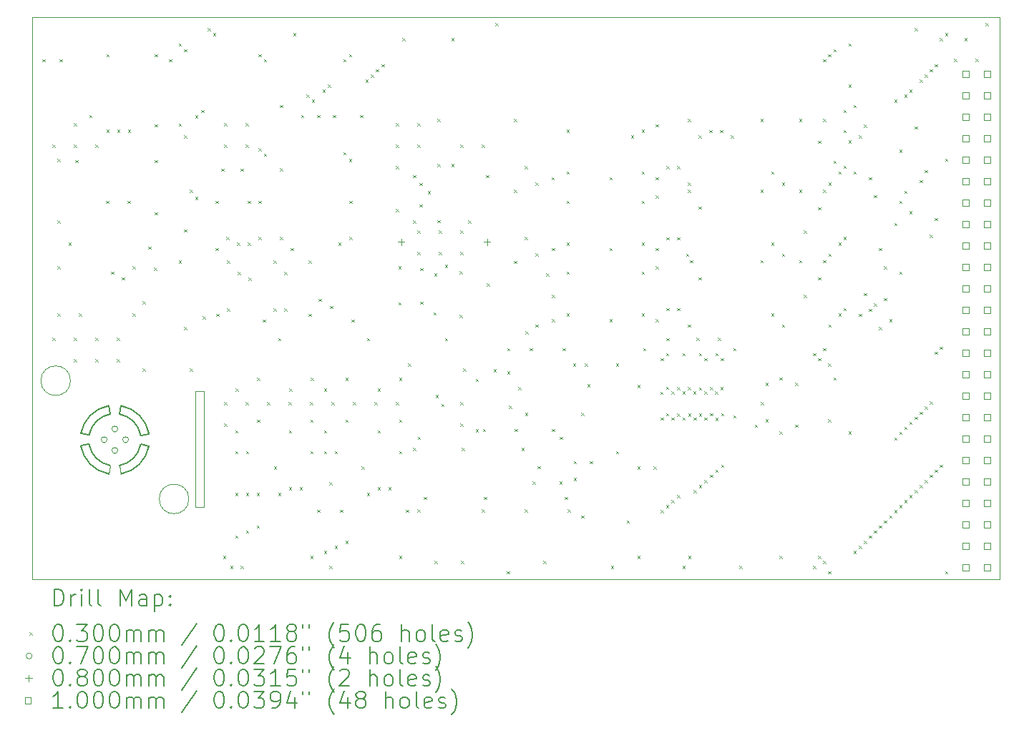
<source format=gbr>
%TF.GenerationSoftware,KiCad,Pcbnew,8.0.5-8.0.5-0~ubuntu24.04.1*%
%TF.CreationDate,2024-09-09T00:23:04+02:00*%
%TF.ProjectId,xMultislope-1v0,784d756c-7469-4736-9c6f-70652d317630,rev?*%
%TF.SameCoordinates,Original*%
%TF.FileFunction,Drillmap*%
%TF.FilePolarity,Positive*%
%FSLAX45Y45*%
G04 Gerber Fmt 4.5, Leading zero omitted, Abs format (unit mm)*
G04 Created by KiCad (PCBNEW 8.0.5-8.0.5-0~ubuntu24.04.1) date 2024-09-09 00:23:04*
%MOMM*%
%LPD*%
G01*
G04 APERTURE LIST*
%ADD10C,0.100000*%
%ADD11C,0.200000*%
G04 APERTURE END LIST*
D10*
X10756974Y-10308888D02*
X10739189Y-10407516D01*
D11*
X10739189Y-10407516D02*
G75*
G02*
X10407983Y-10074587I72761J403596D01*
G01*
X10408346Y-9931104D02*
G75*
G02*
X10741275Y-9599895I403624J-72786D01*
G01*
X10866974Y-9698888D02*
G75*
G02*
X11117252Y-9950465I-55004J-305002D01*
G01*
X11116974Y-10058888D02*
X11215601Y-10076673D01*
D10*
X10286961Y-9303896D02*
G75*
G02*
X9936961Y-9303896I-175000J0D01*
G01*
X9936961Y-9303896D02*
G75*
G02*
X10286961Y-9303896I175000J0D01*
G01*
D11*
X10506694Y-10057312D02*
X10407976Y-10074588D01*
X10506974Y-9948888D02*
X10408346Y-9931104D01*
X10884758Y-9600261D02*
G75*
G02*
X11215970Y-9933189I-72778J-403619D01*
G01*
D10*
X9836961Y-5002996D02*
X21276961Y-5002996D01*
X21276961Y-11653896D01*
X9836961Y-11653896D01*
X9836961Y-5002996D01*
X10865398Y-10309168D02*
X10882673Y-10407886D01*
D11*
X10866974Y-9698888D02*
X10884758Y-9600261D01*
D10*
X11686961Y-10703896D02*
G75*
G02*
X11336961Y-10703896I-175000J0D01*
G01*
X11336961Y-10703896D02*
G75*
G02*
X11686961Y-10703896I175000J0D01*
G01*
D11*
X10758550Y-9698608D02*
X10741274Y-9599891D01*
X11117254Y-9950464D02*
X11215971Y-9933189D01*
D10*
X11761961Y-9428896D02*
X11861961Y-9428896D01*
X11861961Y-10803896D01*
X11761961Y-10803896D01*
X11761961Y-9428896D01*
D11*
X11116974Y-10058888D02*
G75*
G02*
X10865398Y-10309173I-305004J54998D01*
G01*
X11215601Y-10076673D02*
G75*
G02*
X10882674Y-10407890I-403631J72783D01*
G01*
X10756974Y-10308888D02*
G75*
G02*
X10506692Y-10057313I54996J304998D01*
G01*
X10506974Y-9948888D02*
G75*
G02*
X10758550Y-9698613I304996J-55002D01*
G01*
D10*
X9953341Y-5497896D02*
X9983341Y-5527896D01*
X9983341Y-5497896D02*
X9953341Y-5527896D01*
X10070961Y-6506996D02*
X10100961Y-6536996D01*
X10100961Y-6506996D02*
X10070961Y-6536996D01*
X10070961Y-8792996D02*
X10100961Y-8822996D01*
X10100961Y-8792996D02*
X10070961Y-8822996D01*
X10132961Y-6679021D02*
X10162961Y-6709021D01*
X10162961Y-6679021D02*
X10132961Y-6709021D01*
X10132961Y-7408896D02*
X10162961Y-7438896D01*
X10162961Y-7408896D02*
X10132961Y-7438896D01*
X10132961Y-7948896D02*
X10162961Y-7978896D01*
X10162961Y-7948896D02*
X10132961Y-7978896D01*
X10132961Y-8508896D02*
X10162961Y-8538896D01*
X10162961Y-8508896D02*
X10132961Y-8538896D01*
X10157961Y-5497896D02*
X10187961Y-5527896D01*
X10187961Y-5497896D02*
X10157961Y-5527896D01*
X10264961Y-7668021D02*
X10294961Y-7698021D01*
X10294961Y-7668021D02*
X10264961Y-7698021D01*
X10324961Y-6252996D02*
X10354961Y-6282996D01*
X10354961Y-6252996D02*
X10324961Y-6282996D01*
X10324961Y-6506996D02*
X10354961Y-6536996D01*
X10354961Y-6506996D02*
X10324961Y-6536996D01*
X10324961Y-8792996D02*
X10354961Y-8822996D01*
X10354961Y-8792996D02*
X10324961Y-8822996D01*
X10324961Y-9046996D02*
X10354961Y-9076996D01*
X10354961Y-9046996D02*
X10324961Y-9076996D01*
X10341961Y-6690646D02*
X10371961Y-6720646D01*
X10371961Y-6690646D02*
X10341961Y-6720646D01*
X10386961Y-8508896D02*
X10416961Y-8538896D01*
X10416961Y-8508896D02*
X10386961Y-8538896D01*
X10509000Y-6157896D02*
X10539000Y-6187896D01*
X10539000Y-6157896D02*
X10509000Y-6187896D01*
X10578961Y-6506996D02*
X10608961Y-6536996D01*
X10608961Y-6506996D02*
X10578961Y-6536996D01*
X10578961Y-8792996D02*
X10608961Y-8822996D01*
X10608961Y-8792996D02*
X10578961Y-8822996D01*
X10578961Y-9046996D02*
X10608961Y-9076996D01*
X10608961Y-9046996D02*
X10578961Y-9076996D01*
X10707961Y-7173021D02*
X10737961Y-7203021D01*
X10737961Y-7173021D02*
X10707961Y-7203021D01*
X10711961Y-5437896D02*
X10741961Y-5467896D01*
X10741961Y-5437896D02*
X10711961Y-5467896D01*
X10711961Y-6331896D02*
X10741961Y-6361896D01*
X10741961Y-6331896D02*
X10711961Y-6361896D01*
X10767961Y-8013896D02*
X10797961Y-8043896D01*
X10797961Y-8013896D02*
X10767961Y-8043896D01*
X10832961Y-8792996D02*
X10862961Y-8822996D01*
X10862961Y-8792996D02*
X10832961Y-8822996D01*
X10832961Y-9046996D02*
X10862961Y-9076996D01*
X10862961Y-9046996D02*
X10832961Y-9076996D01*
X10838961Y-6331896D02*
X10868961Y-6361896D01*
X10868961Y-6331896D02*
X10838961Y-6361896D01*
X10894961Y-8078896D02*
X10924961Y-8108896D01*
X10924961Y-8078896D02*
X10894961Y-8108896D01*
X10961961Y-7173021D02*
X10991961Y-7203021D01*
X10991961Y-7173021D02*
X10961961Y-7203021D01*
X10965961Y-6331896D02*
X10995961Y-6361896D01*
X10995961Y-6331896D02*
X10965961Y-6361896D01*
X11021961Y-7948896D02*
X11051961Y-7978896D01*
X11051961Y-7948896D02*
X11021961Y-7978896D01*
X11021961Y-8508896D02*
X11051961Y-8538896D01*
X11051961Y-8508896D02*
X11021961Y-8538896D01*
X11141961Y-8363896D02*
X11171961Y-8393896D01*
X11171961Y-8363896D02*
X11141961Y-8393896D01*
X11141961Y-9157896D02*
X11171961Y-9187896D01*
X11171961Y-9157896D02*
X11141961Y-9187896D01*
X11206500Y-7715000D02*
X11236500Y-7745000D01*
X11236500Y-7715000D02*
X11206500Y-7745000D01*
X11276961Y-7963896D02*
X11306961Y-7993896D01*
X11306961Y-7963896D02*
X11276961Y-7993896D01*
X11281961Y-5437896D02*
X11311961Y-5467896D01*
X11311961Y-5437896D02*
X11281961Y-5467896D01*
X11281961Y-6266896D02*
X11311961Y-6296896D01*
X11311961Y-6266896D02*
X11281961Y-6296896D01*
X11281961Y-6690646D02*
X11311961Y-6720646D01*
X11311961Y-6690646D02*
X11281961Y-6720646D01*
X11282961Y-7309271D02*
X11312961Y-7339271D01*
X11312961Y-7309271D02*
X11282961Y-7339271D01*
X11453341Y-5497896D02*
X11483341Y-5527896D01*
X11483341Y-5497896D02*
X11453341Y-5527896D01*
X11566961Y-6257896D02*
X11596961Y-6287896D01*
X11596961Y-6257896D02*
X11566961Y-6287896D01*
X11566961Y-7878896D02*
X11596961Y-7908896D01*
X11596961Y-7878896D02*
X11566961Y-7908896D01*
X11567802Y-5310000D02*
X11597802Y-5340000D01*
X11597802Y-5310000D02*
X11567802Y-5340000D01*
X11631961Y-5377896D02*
X11661961Y-5407896D01*
X11661961Y-5377896D02*
X11631961Y-5407896D01*
X11631961Y-6399276D02*
X11661961Y-6429276D01*
X11661961Y-6399276D02*
X11631961Y-6429276D01*
X11631961Y-7513896D02*
X11661961Y-7543896D01*
X11661961Y-7513896D02*
X11631961Y-7543896D01*
X11631961Y-8668896D02*
X11661961Y-8698896D01*
X11661961Y-8668896D02*
X11631961Y-8698896D01*
X11696961Y-7040521D02*
X11726961Y-7070521D01*
X11726961Y-7040521D02*
X11696961Y-7070521D01*
X11696961Y-9157896D02*
X11726961Y-9187896D01*
X11726961Y-9157896D02*
X11696961Y-9187896D01*
X11761500Y-6160000D02*
X11791500Y-6190000D01*
X11791500Y-6160000D02*
X11761500Y-6190000D01*
X11761961Y-7126771D02*
X11791961Y-7156771D01*
X11791961Y-7126771D02*
X11761961Y-7156771D01*
X11834000Y-6097896D02*
X11864000Y-6127896D01*
X11864000Y-6097896D02*
X11834000Y-6127896D01*
X11848961Y-8538996D02*
X11878961Y-8568996D01*
X11878961Y-8538996D02*
X11848961Y-8568996D01*
X11910279Y-5130000D02*
X11940279Y-5160000D01*
X11940279Y-5130000D02*
X11910279Y-5160000D01*
X11972779Y-5190000D02*
X12002779Y-5220000D01*
X12002779Y-5190000D02*
X11972779Y-5220000D01*
X12002779Y-7173396D02*
X12032779Y-7203396D01*
X12032779Y-7173396D02*
X12002779Y-7203396D01*
X12002779Y-7733396D02*
X12032779Y-7763396D01*
X12032779Y-7733396D02*
X12002779Y-7763396D01*
X12010029Y-8512146D02*
X12040029Y-8542146D01*
X12040029Y-8512146D02*
X12010029Y-8542146D01*
X12070091Y-6792896D02*
X12100091Y-6822896D01*
X12100091Y-6792896D02*
X12070091Y-6822896D01*
X12091961Y-11377896D02*
X12121961Y-11407896D01*
X12121961Y-11377896D02*
X12091961Y-11407896D01*
X12102961Y-6252996D02*
X12132961Y-6282996D01*
X12132961Y-6252996D02*
X12102961Y-6282996D01*
X12102961Y-6506996D02*
X12132961Y-6536996D01*
X12132961Y-6506996D02*
X12102961Y-6536996D01*
X12102961Y-9554996D02*
X12132961Y-9584996D01*
X12132961Y-9554996D02*
X12102961Y-9584996D01*
X12102961Y-9808996D02*
X12132961Y-9838996D01*
X12132961Y-9808996D02*
X12102961Y-9838996D01*
X12129779Y-7603396D02*
X12159779Y-7633396D01*
X12159779Y-7603396D02*
X12129779Y-7633396D01*
X12137029Y-7880000D02*
X12167029Y-7910000D01*
X12167029Y-7880000D02*
X12137029Y-7910000D01*
X12137029Y-8447646D02*
X12167029Y-8477646D01*
X12167029Y-8447646D02*
X12137029Y-8477646D01*
X12177961Y-11497896D02*
X12207961Y-11527896D01*
X12207961Y-11497896D02*
X12177961Y-11527896D01*
X12237961Y-9892896D02*
X12267961Y-9922896D01*
X12267961Y-9892896D02*
X12237961Y-9922896D01*
X12237961Y-10137896D02*
X12267961Y-10167896D01*
X12267961Y-10137896D02*
X12237961Y-10167896D01*
X12237961Y-10632896D02*
X12267961Y-10662896D01*
X12267961Y-10632896D02*
X12237961Y-10662896D01*
X12237961Y-11137896D02*
X12267961Y-11167896D01*
X12267961Y-11137896D02*
X12237961Y-11167896D01*
X12238461Y-9397896D02*
X12268461Y-9427896D01*
X12268461Y-9397896D02*
X12238461Y-9427896D01*
X12256779Y-7668396D02*
X12286779Y-7698396D01*
X12286779Y-7668396D02*
X12256779Y-7698396D01*
X12264029Y-8017146D02*
X12294029Y-8047146D01*
X12294029Y-8017146D02*
X12264029Y-8047146D01*
X12297961Y-11497896D02*
X12327961Y-11527896D01*
X12327961Y-11497896D02*
X12297961Y-11527896D01*
X12300779Y-6792896D02*
X12330779Y-6822896D01*
X12330779Y-6792896D02*
X12300779Y-6822896D01*
X12356961Y-6252996D02*
X12386961Y-6282996D01*
X12386961Y-6252996D02*
X12356961Y-6282996D01*
X12356961Y-6506996D02*
X12386961Y-6536996D01*
X12386961Y-6506996D02*
X12356961Y-6536996D01*
X12356961Y-9554996D02*
X12386961Y-9584996D01*
X12386961Y-9554996D02*
X12356961Y-9584996D01*
X12364961Y-10137896D02*
X12394961Y-10167896D01*
X12394961Y-10137896D02*
X12364961Y-10167896D01*
X12364961Y-10632896D02*
X12394961Y-10662896D01*
X12394961Y-10632896D02*
X12364961Y-10662896D01*
X12364961Y-11077896D02*
X12394961Y-11107896D01*
X12394961Y-11077896D02*
X12364961Y-11107896D01*
X12383779Y-7173396D02*
X12413779Y-7203396D01*
X12413779Y-7173396D02*
X12383779Y-7203396D01*
X12383779Y-7668396D02*
X12413779Y-7698396D01*
X12413779Y-7668396D02*
X12383779Y-7698396D01*
X12391029Y-8082146D02*
X12421029Y-8112146D01*
X12421029Y-8082146D02*
X12391029Y-8112146D01*
X12491961Y-10632896D02*
X12521961Y-10662896D01*
X12521961Y-10632896D02*
X12491961Y-10662896D01*
X12491961Y-11017896D02*
X12521961Y-11047896D01*
X12521961Y-11017896D02*
X12491961Y-11047896D01*
X12492461Y-9763396D02*
X12522461Y-9793396D01*
X12522461Y-9763396D02*
X12492461Y-9793396D01*
X12492961Y-9268396D02*
X12522961Y-9298396D01*
X12522961Y-9268396D02*
X12492961Y-9298396D01*
X12510779Y-5437896D02*
X12540779Y-5467896D01*
X12540779Y-5437896D02*
X12510779Y-5467896D01*
X12510779Y-6550000D02*
X12540779Y-6580000D01*
X12540779Y-6550000D02*
X12510779Y-6580000D01*
X12510779Y-7173396D02*
X12540779Y-7203396D01*
X12540779Y-7173396D02*
X12510779Y-7203396D01*
X12510779Y-7603396D02*
X12540779Y-7633396D01*
X12540779Y-7603396D02*
X12510779Y-7633396D01*
X12560529Y-8578396D02*
X12590529Y-8608396D01*
X12590529Y-8578396D02*
X12560529Y-8608396D01*
X12574000Y-5497896D02*
X12604000Y-5527896D01*
X12604000Y-5497896D02*
X12574000Y-5527896D01*
X12574000Y-6615000D02*
X12604000Y-6645000D01*
X12604000Y-6615000D02*
X12574000Y-6645000D01*
X12610961Y-9554996D02*
X12640961Y-9584996D01*
X12640961Y-9554996D02*
X12610961Y-9584996D01*
X12687529Y-7880000D02*
X12717529Y-7910000D01*
X12717529Y-7880000D02*
X12687529Y-7910000D01*
X12687529Y-8447646D02*
X12717529Y-8477646D01*
X12717529Y-8447646D02*
X12687529Y-8477646D01*
X12691961Y-10317896D02*
X12721961Y-10347896D01*
X12721961Y-10317896D02*
X12691961Y-10347896D01*
X12745961Y-8797896D02*
X12775961Y-8827896D01*
X12775961Y-8797896D02*
X12745961Y-8827896D01*
X12745961Y-10632896D02*
X12775961Y-10662896D01*
X12775961Y-10632896D02*
X12745961Y-10662896D01*
X12764779Y-6037896D02*
X12794779Y-6067896D01*
X12794779Y-6037896D02*
X12764779Y-6067896D01*
X12764779Y-6788209D02*
X12794779Y-6818209D01*
X12794779Y-6788209D02*
X12764779Y-6818209D01*
X12764779Y-7603396D02*
X12794779Y-7633396D01*
X12794779Y-7603396D02*
X12764779Y-7633396D01*
X12814529Y-8017646D02*
X12844529Y-8047646D01*
X12844529Y-8017646D02*
X12814529Y-8047646D01*
X12814529Y-8447646D02*
X12844529Y-8477646D01*
X12844529Y-8447646D02*
X12814529Y-8477646D01*
X12864961Y-9554996D02*
X12894961Y-9584996D01*
X12894961Y-9554996D02*
X12864961Y-9584996D01*
X12872461Y-10563396D02*
X12902461Y-10593396D01*
X12902461Y-10563396D02*
X12872461Y-10593396D01*
X12872961Y-9893396D02*
X12902961Y-9923396D01*
X12902961Y-9893396D02*
X12872961Y-9923396D01*
X12873461Y-9398396D02*
X12903461Y-9428396D01*
X12903461Y-9398396D02*
X12873461Y-9428396D01*
X12891779Y-7733396D02*
X12921779Y-7763396D01*
X12921779Y-7733396D02*
X12891779Y-7763396D01*
X12921779Y-5190000D02*
X12951779Y-5220000D01*
X12951779Y-5190000D02*
X12921779Y-5220000D01*
X12999461Y-10563396D02*
X13029461Y-10593396D01*
X13029461Y-10563396D02*
X12999461Y-10593396D01*
X13013341Y-6157896D02*
X13043341Y-6187896D01*
X13043341Y-6157896D02*
X13013341Y-6187896D01*
X13076474Y-5917896D02*
X13106474Y-5947896D01*
X13106474Y-5917896D02*
X13076474Y-5947896D01*
X13102779Y-7880000D02*
X13132779Y-7910000D01*
X13132779Y-7880000D02*
X13102779Y-7910000D01*
X13102779Y-8513396D02*
X13132779Y-8543396D01*
X13132779Y-8513396D02*
X13102779Y-8543396D01*
X13118961Y-9554996D02*
X13148961Y-9584996D01*
X13148961Y-9554996D02*
X13118961Y-9584996D01*
X13126961Y-9763396D02*
X13156961Y-9793396D01*
X13156961Y-9763396D02*
X13126961Y-9793396D01*
X13126961Y-10137896D02*
X13156961Y-10167896D01*
X13156961Y-10137896D02*
X13126961Y-10167896D01*
X13126961Y-11377896D02*
X13156961Y-11407896D01*
X13156961Y-11377896D02*
X13126961Y-11407896D01*
X13127461Y-9268396D02*
X13157461Y-9298396D01*
X13157461Y-9268396D02*
X13127461Y-9298396D01*
X13143474Y-5977896D02*
X13173474Y-6007896D01*
X13173474Y-5977896D02*
X13143474Y-6007896D01*
X13203474Y-6157896D02*
X13233474Y-6187896D01*
X13233474Y-6157896D02*
X13203474Y-6187896D01*
X13207961Y-10832896D02*
X13237961Y-10862896D01*
X13237961Y-10832896D02*
X13207961Y-10862896D01*
X13221961Y-8333896D02*
X13251961Y-8363896D01*
X13251961Y-8333896D02*
X13221961Y-8363896D01*
X13270474Y-5857896D02*
X13300474Y-5887896D01*
X13300474Y-5857896D02*
X13270474Y-5887896D01*
X13287461Y-9892896D02*
X13317461Y-9922896D01*
X13317461Y-9892896D02*
X13287461Y-9922896D01*
X13287961Y-9398396D02*
X13317961Y-9428396D01*
X13317961Y-9398396D02*
X13287961Y-9428396D01*
X13287961Y-10137896D02*
X13317961Y-10167896D01*
X13317961Y-10137896D02*
X13287961Y-10167896D01*
X13287961Y-11317896D02*
X13317961Y-11347896D01*
X13317961Y-11317896D02*
X13287961Y-11347896D01*
X13330474Y-5797896D02*
X13360474Y-5827896D01*
X13360474Y-5797896D02*
X13330474Y-5827896D01*
X13351461Y-10506721D02*
X13381461Y-10536721D01*
X13381461Y-10506721D02*
X13351461Y-10536721D01*
X13351461Y-11497896D02*
X13381461Y-11527896D01*
X13381461Y-11497896D02*
X13351461Y-11527896D01*
X13356779Y-8420000D02*
X13386779Y-8450000D01*
X13386779Y-8420000D02*
X13356779Y-8450000D01*
X13372961Y-9554996D02*
X13402961Y-9584996D01*
X13402961Y-9554996D02*
X13372961Y-9584996D01*
X13390474Y-6157896D02*
X13420474Y-6187896D01*
X13420474Y-6157896D02*
X13390474Y-6187896D01*
X13414961Y-10137896D02*
X13444961Y-10167896D01*
X13444961Y-10137896D02*
X13414961Y-10167896D01*
X13414961Y-11257896D02*
X13444961Y-11287896D01*
X13444961Y-11257896D02*
X13414961Y-11287896D01*
X13457154Y-7668396D02*
X13487154Y-7698396D01*
X13487154Y-7668396D02*
X13457154Y-7698396D01*
X13477961Y-10832896D02*
X13507961Y-10862896D01*
X13507961Y-10832896D02*
X13477961Y-10862896D01*
X13514000Y-5497896D02*
X13544000Y-5527896D01*
X13544000Y-5497896D02*
X13514000Y-5527896D01*
X13514000Y-6600000D02*
X13544000Y-6630000D01*
X13544000Y-6600000D02*
X13514000Y-6630000D01*
X13541961Y-9268396D02*
X13571961Y-9298396D01*
X13571961Y-9268396D02*
X13541961Y-9298396D01*
X13541961Y-9763396D02*
X13571961Y-9793396D01*
X13571961Y-9763396D02*
X13541961Y-9793396D01*
X13541961Y-11197896D02*
X13571961Y-11227896D01*
X13571961Y-11197896D02*
X13541961Y-11227896D01*
X13584000Y-5437896D02*
X13614000Y-5467896D01*
X13614000Y-5437896D02*
X13584000Y-5467896D01*
X13584000Y-6680000D02*
X13614000Y-6710000D01*
X13614000Y-6680000D02*
X13584000Y-6710000D01*
X13584474Y-7173716D02*
X13614474Y-7203716D01*
X13614474Y-7173716D02*
X13584474Y-7203716D01*
X13584474Y-7603716D02*
X13614474Y-7633716D01*
X13614474Y-7603716D02*
X13584474Y-7633716D01*
X13610779Y-8578396D02*
X13640779Y-8608396D01*
X13640779Y-8578396D02*
X13610779Y-8608396D01*
X13626961Y-9554996D02*
X13656961Y-9584996D01*
X13656961Y-9554996D02*
X13626961Y-9584996D01*
X13711474Y-6157896D02*
X13741474Y-6187896D01*
X13741474Y-6157896D02*
X13711474Y-6187896D01*
X13731961Y-10317896D02*
X13761961Y-10347896D01*
X13761961Y-10317896D02*
X13731961Y-10347896D01*
X13778474Y-5737896D02*
X13808474Y-5767896D01*
X13808474Y-5737896D02*
X13778474Y-5767896D01*
X13795961Y-8797896D02*
X13825961Y-8827896D01*
X13825961Y-8797896D02*
X13795961Y-8827896D01*
X13795961Y-10632896D02*
X13825961Y-10662896D01*
X13825961Y-10632896D02*
X13795961Y-10662896D01*
X13838474Y-5677896D02*
X13868474Y-5707896D01*
X13868474Y-5677896D02*
X13838474Y-5707896D01*
X13880961Y-9554996D02*
X13910961Y-9584996D01*
X13910961Y-9554996D02*
X13880961Y-9584996D01*
X13898474Y-5617896D02*
X13928474Y-5647896D01*
X13928474Y-5617896D02*
X13898474Y-5647896D01*
X13922461Y-9398396D02*
X13952461Y-9428396D01*
X13952461Y-9398396D02*
X13922461Y-9428396D01*
X13922461Y-9893396D02*
X13952461Y-9923396D01*
X13952461Y-9893396D02*
X13922461Y-9923396D01*
X13922961Y-10563396D02*
X13952961Y-10593396D01*
X13952961Y-10563396D02*
X13922961Y-10593396D01*
X13965474Y-5557896D02*
X13995474Y-5587896D01*
X13995474Y-5557896D02*
X13965474Y-5587896D01*
X14049961Y-10563396D02*
X14079961Y-10593396D01*
X14079961Y-10563396D02*
X14049961Y-10593396D01*
X14134961Y-6252996D02*
X14164961Y-6282996D01*
X14164961Y-6252996D02*
X14134961Y-6282996D01*
X14134961Y-6506996D02*
X14164961Y-6536996D01*
X14164961Y-6506996D02*
X14134961Y-6536996D01*
X14134961Y-6760996D02*
X14164961Y-6790996D01*
X14164961Y-6760996D02*
X14134961Y-6790996D01*
X14134961Y-7268996D02*
X14164961Y-7298996D01*
X14164961Y-7268996D02*
X14134961Y-7298996D01*
X14134961Y-9554996D02*
X14164961Y-9584996D01*
X14164961Y-9554996D02*
X14134961Y-9584996D01*
X14167091Y-7947896D02*
X14197091Y-7977896D01*
X14197091Y-7947896D02*
X14167091Y-7977896D01*
X14167091Y-8374646D02*
X14197091Y-8404646D01*
X14197091Y-8374646D02*
X14167091Y-8404646D01*
X14176961Y-9268396D02*
X14206961Y-9298396D01*
X14206961Y-9268396D02*
X14176961Y-9298396D01*
X14176961Y-9763396D02*
X14206961Y-9793396D01*
X14206961Y-9763396D02*
X14176961Y-9793396D01*
X14176961Y-10137896D02*
X14206961Y-10167896D01*
X14206961Y-10137896D02*
X14176961Y-10167896D01*
X14176961Y-11377896D02*
X14206961Y-11407896D01*
X14206961Y-11377896D02*
X14176961Y-11407896D01*
X14211979Y-5250000D02*
X14241979Y-5280000D01*
X14241979Y-5250000D02*
X14211979Y-5280000D01*
X14256961Y-10832896D02*
X14286961Y-10862896D01*
X14286961Y-10832896D02*
X14256961Y-10862896D01*
X14282961Y-9097896D02*
X14312961Y-9127896D01*
X14312961Y-9097896D02*
X14282961Y-9127896D01*
X14340091Y-6867796D02*
X14370091Y-6897796D01*
X14370091Y-6867796D02*
X14340091Y-6897796D01*
X14340091Y-7407896D02*
X14370091Y-7437896D01*
X14370091Y-7407896D02*
X14340091Y-7437896D01*
X14341961Y-10097896D02*
X14371961Y-10127896D01*
X14371961Y-10097896D02*
X14341961Y-10127896D01*
X14388961Y-6252996D02*
X14418961Y-6282996D01*
X14418961Y-6252996D02*
X14388961Y-6282996D01*
X14388961Y-6506996D02*
X14418961Y-6536996D01*
X14418961Y-6506996D02*
X14388961Y-6536996D01*
X14388961Y-7522996D02*
X14418961Y-7552996D01*
X14418961Y-7522996D02*
X14388961Y-7552996D01*
X14388961Y-7776996D02*
X14418961Y-7806996D01*
X14418961Y-7776996D02*
X14388961Y-7806996D01*
X14388961Y-10824996D02*
X14418961Y-10854996D01*
X14418961Y-10824996D02*
X14388961Y-10854996D01*
X14393341Y-9967896D02*
X14423341Y-9997896D01*
X14423341Y-9967896D02*
X14393341Y-9997896D01*
X14418229Y-6962796D02*
X14448229Y-6992796D01*
X14448229Y-6962796D02*
X14418229Y-6992796D01*
X14418229Y-7217896D02*
X14448229Y-7247896D01*
X14448229Y-7217896D02*
X14418229Y-7247896D01*
X14424591Y-7970662D02*
X14454591Y-8000662D01*
X14454591Y-7970662D02*
X14424591Y-8000662D01*
X14424591Y-8369396D02*
X14454591Y-8399396D01*
X14454591Y-8369396D02*
X14424591Y-8399396D01*
X14468961Y-10677896D02*
X14498961Y-10707896D01*
X14498961Y-10677896D02*
X14468961Y-10707896D01*
X14513341Y-7057796D02*
X14543341Y-7087796D01*
X14543341Y-7057796D02*
X14513341Y-7087796D01*
X14583341Y-8492896D02*
X14613341Y-8522896D01*
X14613341Y-8492896D02*
X14583341Y-8522896D01*
X14588341Y-8032896D02*
X14618341Y-8062896D01*
X14618341Y-8032896D02*
X14588341Y-8062896D01*
X14591961Y-11437896D02*
X14621961Y-11467896D01*
X14621961Y-11437896D02*
X14591961Y-11467896D01*
X14607461Y-9471646D02*
X14637461Y-9501646D01*
X14637461Y-9471646D02*
X14607461Y-9501646D01*
X14630091Y-6203476D02*
X14660091Y-6233476D01*
X14660091Y-6203476D02*
X14630091Y-6233476D01*
X14630091Y-6740000D02*
X14660091Y-6770000D01*
X14660091Y-6740000D02*
X14630091Y-6770000D01*
X14630091Y-7404146D02*
X14660091Y-7434146D01*
X14660091Y-7404146D02*
X14630091Y-7434146D01*
X14642961Y-7522996D02*
X14672961Y-7552996D01*
X14672961Y-7522996D02*
X14642961Y-7552996D01*
X14642961Y-7776996D02*
X14672961Y-7806996D01*
X14672961Y-7776996D02*
X14642961Y-7806996D01*
X14673341Y-9577896D02*
X14703341Y-9607896D01*
X14703341Y-9577896D02*
X14673341Y-9607896D01*
X14717091Y-7931396D02*
X14747091Y-7961396D01*
X14747091Y-7931396D02*
X14717091Y-7961396D01*
X14717091Y-8797896D02*
X14747091Y-8827896D01*
X14747091Y-8797896D02*
X14717091Y-8827896D01*
X14794000Y-5250000D02*
X14824000Y-5280000D01*
X14824000Y-5250000D02*
X14794000Y-5280000D01*
X14794000Y-6740000D02*
X14824000Y-6770000D01*
X14824000Y-6740000D02*
X14794000Y-6770000D01*
X14892091Y-8006396D02*
X14922091Y-8036396D01*
X14922091Y-8006396D02*
X14892091Y-8036396D01*
X14892154Y-8522426D02*
X14922154Y-8552426D01*
X14922154Y-8522426D02*
X14892154Y-8552426D01*
X14896961Y-6506996D02*
X14926961Y-6536996D01*
X14926961Y-6506996D02*
X14896961Y-6536996D01*
X14896961Y-7522996D02*
X14926961Y-7552996D01*
X14926961Y-7522996D02*
X14896961Y-7552996D01*
X14896961Y-7776996D02*
X14926961Y-7806996D01*
X14926961Y-7776996D02*
X14896961Y-7806996D01*
X14896961Y-9554996D02*
X14926961Y-9584996D01*
X14926961Y-9554996D02*
X14896961Y-9584996D01*
X14896961Y-9808996D02*
X14926961Y-9838996D01*
X14926961Y-9808996D02*
X14896961Y-9838996D01*
X14907461Y-11437896D02*
X14937461Y-11467896D01*
X14937461Y-11437896D02*
X14907461Y-11467896D01*
X14914961Y-10097896D02*
X14944961Y-10127896D01*
X14944961Y-10097896D02*
X14914961Y-10127896D01*
X14933341Y-9157896D02*
X14963341Y-9187896D01*
X14963341Y-9157896D02*
X14933341Y-9187896D01*
X14993841Y-7407896D02*
X15023841Y-7437896D01*
X15023841Y-7407896D02*
X14993841Y-7437896D01*
X15082461Y-9283396D02*
X15112461Y-9313396D01*
X15112461Y-9283396D02*
X15082461Y-9313396D01*
X15082461Y-9877896D02*
X15112461Y-9907896D01*
X15112461Y-9877896D02*
X15082461Y-9907896D01*
X15150961Y-6506996D02*
X15180961Y-6536996D01*
X15180961Y-6506996D02*
X15150961Y-6536996D01*
X15150961Y-10824996D02*
X15180961Y-10854996D01*
X15180961Y-10824996D02*
X15150961Y-10854996D01*
X15166961Y-9873396D02*
X15196961Y-9903396D01*
X15196961Y-9873396D02*
X15166961Y-9903396D01*
X15177461Y-10677896D02*
X15207461Y-10707896D01*
X15207461Y-10677896D02*
X15177461Y-10707896D01*
X15205729Y-6867896D02*
X15235729Y-6897896D01*
X15235729Y-6867896D02*
X15205729Y-6897896D01*
X15212091Y-8153646D02*
X15242091Y-8183646D01*
X15242091Y-8153646D02*
X15212091Y-8183646D01*
X15291961Y-9167896D02*
X15321961Y-9197896D01*
X15321961Y-9167896D02*
X15291961Y-9197896D01*
X15311979Y-5070000D02*
X15341979Y-5100000D01*
X15341979Y-5070000D02*
X15311979Y-5100000D01*
X15447461Y-11557896D02*
X15477461Y-11587896D01*
X15477461Y-11557896D02*
X15447461Y-11587896D01*
X15451961Y-8917896D02*
X15481961Y-8947896D01*
X15481961Y-8917896D02*
X15451961Y-8947896D01*
X15451961Y-9192896D02*
X15481961Y-9222896D01*
X15481961Y-9192896D02*
X15451961Y-9222896D01*
X15473341Y-9597896D02*
X15503341Y-9627896D01*
X15503341Y-9597896D02*
X15473341Y-9627896D01*
X15532961Y-6203476D02*
X15562961Y-6233476D01*
X15562961Y-6203476D02*
X15532961Y-6233476D01*
X15532961Y-7042896D02*
X15562961Y-7072896D01*
X15562961Y-7042896D02*
X15532961Y-7072896D01*
X15533461Y-7883896D02*
X15563461Y-7913896D01*
X15563461Y-7883896D02*
X15533461Y-7913896D01*
X15541961Y-9873396D02*
X15571961Y-9903396D01*
X15571961Y-9873396D02*
X15541961Y-9903396D01*
X15584961Y-9378396D02*
X15614961Y-9408396D01*
X15614961Y-9378396D02*
X15584961Y-9408396D01*
X15621961Y-10097896D02*
X15651961Y-10127896D01*
X15651961Y-10097896D02*
X15621961Y-10127896D01*
X15658961Y-10824996D02*
X15688961Y-10854996D01*
X15688961Y-10824996D02*
X15658961Y-10854996D01*
X15659961Y-6763856D02*
X15689961Y-6793856D01*
X15689961Y-6763856D02*
X15659961Y-6793856D01*
X15659961Y-7602896D02*
X15689961Y-7632896D01*
X15689961Y-7602896D02*
X15659961Y-7632896D01*
X15666961Y-9683396D02*
X15696961Y-9713396D01*
X15696961Y-9683396D02*
X15666961Y-9713396D01*
X15671237Y-8720000D02*
X15701237Y-8750000D01*
X15701237Y-8720000D02*
X15671237Y-8750000D01*
X15721961Y-8917896D02*
X15751961Y-8947896D01*
X15751961Y-8917896D02*
X15721961Y-8947896D01*
X15755461Y-10497896D02*
X15785461Y-10527896D01*
X15785461Y-10497896D02*
X15755461Y-10527896D01*
X15786961Y-6958856D02*
X15816961Y-6988856D01*
X15816961Y-6958856D02*
X15786961Y-6988856D01*
X15786961Y-7797896D02*
X15816961Y-7827896D01*
X15816961Y-7797896D02*
X15786961Y-7827896D01*
X15787961Y-8638276D02*
X15817961Y-8668276D01*
X15817961Y-8638276D02*
X15787961Y-8668276D01*
X15812461Y-10313396D02*
X15842461Y-10343396D01*
X15842461Y-10313396D02*
X15812461Y-10343396D01*
X15882461Y-11437896D02*
X15912461Y-11467896D01*
X15912461Y-11437896D02*
X15882461Y-11467896D01*
X15912961Y-8030996D02*
X15942961Y-8060996D01*
X15942961Y-8030996D02*
X15912961Y-8060996D01*
X15977961Y-6893276D02*
X16007961Y-6923276D01*
X16007961Y-6893276D02*
X15977961Y-6923276D01*
X15980691Y-7733276D02*
X16010691Y-7763276D01*
X16010691Y-7733276D02*
X15980691Y-7763276D01*
X15980961Y-9873396D02*
X16010961Y-9903396D01*
X16010961Y-9873396D02*
X15980961Y-9903396D01*
X15981231Y-8288386D02*
X16011231Y-8318386D01*
X16011231Y-8288386D02*
X15981231Y-8318386D01*
X15981231Y-8573276D02*
X16011231Y-8603276D01*
X16011231Y-8573276D02*
X15981231Y-8603276D01*
X16073341Y-10497896D02*
X16103341Y-10527896D01*
X16103341Y-10497896D02*
X16073341Y-10527896D01*
X16074461Y-9967896D02*
X16104461Y-9997896D01*
X16104461Y-9967896D02*
X16074461Y-9997896D01*
X16111961Y-8917896D02*
X16141961Y-8947896D01*
X16141961Y-8917896D02*
X16111961Y-8947896D01*
X16134461Y-10677896D02*
X16164461Y-10707896D01*
X16164461Y-10677896D02*
X16134461Y-10707896D01*
X16155681Y-6333276D02*
X16185681Y-6363276D01*
X16185681Y-6333276D02*
X16155681Y-6363276D01*
X16155681Y-6828276D02*
X16185681Y-6858276D01*
X16185681Y-6828276D02*
X16155681Y-6858276D01*
X16155681Y-7173276D02*
X16185681Y-7203276D01*
X16185681Y-7173276D02*
X16155681Y-7203276D01*
X16155681Y-7668276D02*
X16185681Y-7698276D01*
X16185681Y-7668276D02*
X16155681Y-7698276D01*
X16155681Y-8013276D02*
X16185681Y-8043276D01*
X16185681Y-8013276D02*
X16155681Y-8043276D01*
X16155681Y-8508276D02*
X16185681Y-8538276D01*
X16185681Y-8508276D02*
X16155681Y-8538276D01*
X16166961Y-10824996D02*
X16196961Y-10854996D01*
X16196961Y-10824996D02*
X16166961Y-10854996D01*
X16231961Y-9097896D02*
X16261961Y-9127896D01*
X16261961Y-9097896D02*
X16231961Y-9127896D01*
X16239461Y-10255396D02*
X16269461Y-10285396D01*
X16269461Y-10255396D02*
X16239461Y-10285396D01*
X16239461Y-10455396D02*
X16269461Y-10485396D01*
X16269461Y-10455396D02*
X16239461Y-10485396D01*
X16331961Y-9683396D02*
X16361961Y-9713396D01*
X16361961Y-9683396D02*
X16331961Y-9713396D01*
X16331961Y-10897896D02*
X16361961Y-10927896D01*
X16361961Y-10897896D02*
X16331961Y-10927896D01*
X16371961Y-9097896D02*
X16401961Y-9127896D01*
X16401961Y-9097896D02*
X16371961Y-9127896D01*
X16401961Y-9347896D02*
X16431961Y-9377896D01*
X16431961Y-9347896D02*
X16401961Y-9377896D01*
X16429461Y-10255396D02*
X16459461Y-10285396D01*
X16459461Y-10255396D02*
X16429461Y-10285396D01*
X16663681Y-7733276D02*
X16693681Y-7763276D01*
X16693681Y-7733276D02*
X16663681Y-7763276D01*
X16663681Y-8573276D02*
X16693681Y-8603276D01*
X16693681Y-8573276D02*
X16663681Y-8603276D01*
X16663901Y-6893276D02*
X16693901Y-6923276D01*
X16693901Y-6893276D02*
X16663901Y-6923276D01*
X16681961Y-11497896D02*
X16711961Y-11527896D01*
X16711961Y-11497896D02*
X16681961Y-11527896D01*
X16741961Y-9097896D02*
X16771961Y-9127896D01*
X16771961Y-9097896D02*
X16741961Y-9127896D01*
X16741961Y-10135896D02*
X16771961Y-10165896D01*
X16771961Y-10135896D02*
X16741961Y-10165896D01*
X16868961Y-10957896D02*
X16898961Y-10987896D01*
X16898961Y-10957896D02*
X16868961Y-10987896D01*
X16917681Y-6398276D02*
X16947681Y-6428276D01*
X16947681Y-6398276D02*
X16917681Y-6428276D01*
X16995961Y-9352396D02*
X17025961Y-9382396D01*
X17025961Y-9352396D02*
X16995961Y-9382396D01*
X16995961Y-10317896D02*
X17025961Y-10347896D01*
X17025961Y-10317896D02*
X16995961Y-10347896D01*
X16995961Y-11377896D02*
X17025961Y-11407896D01*
X17025961Y-11377896D02*
X16995961Y-11407896D01*
X17044681Y-6333276D02*
X17074681Y-6363276D01*
X17074681Y-6333276D02*
X17044681Y-6363276D01*
X17044681Y-6828276D02*
X17074681Y-6858276D01*
X17074681Y-6828276D02*
X17044681Y-6858276D01*
X17044681Y-7173276D02*
X17074681Y-7203276D01*
X17074681Y-7173276D02*
X17044681Y-7203276D01*
X17044681Y-7668276D02*
X17074681Y-7698276D01*
X17074681Y-7668276D02*
X17044681Y-7698276D01*
X17044681Y-8013276D02*
X17074681Y-8043276D01*
X17074681Y-8013276D02*
X17044681Y-8043276D01*
X17044681Y-8508276D02*
X17074681Y-8538276D01*
X17074681Y-8508276D02*
X17044681Y-8538276D01*
X17062961Y-8917896D02*
X17092961Y-8947896D01*
X17092961Y-8917896D02*
X17062961Y-8947896D01*
X17182961Y-10316996D02*
X17212961Y-10346996D01*
X17212961Y-10316996D02*
X17182961Y-10346996D01*
X17212461Y-6268856D02*
X17242461Y-6298856D01*
X17242461Y-6268856D02*
X17212461Y-6298856D01*
X17212461Y-6893856D02*
X17242461Y-6923856D01*
X17242461Y-6893856D02*
X17212461Y-6923856D01*
X17212461Y-7109356D02*
X17242461Y-7139356D01*
X17242461Y-7109356D02*
X17212461Y-7139356D01*
X17212461Y-7734356D02*
X17242461Y-7764356D01*
X17242461Y-7734356D02*
X17212461Y-7764356D01*
X17212461Y-7948276D02*
X17242461Y-7978276D01*
X17242461Y-7948276D02*
X17212461Y-7978276D01*
X17212461Y-8573276D02*
X17242461Y-8603276D01*
X17242461Y-8573276D02*
X17212461Y-8603276D01*
X17265461Y-9433472D02*
X17295461Y-9463472D01*
X17295461Y-9433472D02*
X17265461Y-9463472D01*
X17267461Y-9037896D02*
X17297461Y-9067896D01*
X17297461Y-9037896D02*
X17267461Y-9067896D01*
X17271961Y-9739646D02*
X17301961Y-9769646D01*
X17301961Y-9739646D02*
X17271961Y-9769646D01*
X17271961Y-9739646D02*
X17301961Y-9769646D01*
X17301961Y-9739646D02*
X17271961Y-9769646D01*
X17271961Y-10837896D02*
X17301961Y-10867896D01*
X17301961Y-10837896D02*
X17271961Y-10867896D01*
X17332461Y-8977896D02*
X17362461Y-9007896D01*
X17362461Y-8977896D02*
X17332461Y-9007896D01*
X17332826Y-9377035D02*
X17362826Y-9407035D01*
X17362826Y-9377035D02*
X17332826Y-9407035D01*
X17334462Y-9689709D02*
X17364462Y-9719709D01*
X17364462Y-9689709D02*
X17334462Y-9719709D01*
X17334462Y-9689709D02*
X17364462Y-9719709D01*
X17364462Y-9689709D02*
X17334462Y-9719709D01*
X17334462Y-10777896D02*
X17364462Y-10807896D01*
X17364462Y-10777896D02*
X17334462Y-10807896D01*
X17339461Y-6763856D02*
X17369461Y-6793856D01*
X17369461Y-6763856D02*
X17339461Y-6793856D01*
X17339461Y-7604356D02*
X17369461Y-7634356D01*
X17369461Y-7604356D02*
X17339461Y-7634356D01*
X17339461Y-8443276D02*
X17369461Y-8473276D01*
X17369461Y-8443276D02*
X17339461Y-8473276D01*
X17339461Y-8797896D02*
X17369461Y-8827896D01*
X17369461Y-8797896D02*
X17339461Y-8827896D01*
X17396961Y-9739646D02*
X17426961Y-9769646D01*
X17426961Y-9739646D02*
X17396961Y-9769646D01*
X17396961Y-9739646D02*
X17426961Y-9769646D01*
X17426961Y-9739646D02*
X17396961Y-9769646D01*
X17396961Y-10717896D02*
X17426961Y-10747896D01*
X17426961Y-10717896D02*
X17396961Y-10747896D01*
X17397461Y-9431646D02*
X17427461Y-9461646D01*
X17427461Y-9431646D02*
X17397461Y-9461646D01*
X17462461Y-9381646D02*
X17492461Y-9411646D01*
X17492461Y-9381646D02*
X17462461Y-9411646D01*
X17462961Y-9691146D02*
X17492961Y-9721146D01*
X17492961Y-9691146D02*
X17462961Y-9721146D01*
X17462961Y-9691146D02*
X17492961Y-9721146D01*
X17492961Y-9691146D02*
X17462961Y-9721146D01*
X17462961Y-10657896D02*
X17492961Y-10687896D01*
X17492961Y-10657896D02*
X17462961Y-10687896D01*
X17466461Y-6763856D02*
X17496461Y-6793856D01*
X17496461Y-6763856D02*
X17466461Y-6793856D01*
X17466461Y-7604356D02*
X17496461Y-7634356D01*
X17496461Y-7604356D02*
X17466461Y-7634356D01*
X17466461Y-8443276D02*
X17496461Y-8473276D01*
X17496461Y-8443276D02*
X17466461Y-8473276D01*
X17526190Y-9430006D02*
X17556190Y-9460006D01*
X17556190Y-9430006D02*
X17526190Y-9460006D01*
X17526961Y-9739146D02*
X17556961Y-9769146D01*
X17556961Y-9739146D02*
X17526961Y-9769146D01*
X17526961Y-11497896D02*
X17556961Y-11527896D01*
X17556961Y-11497896D02*
X17526961Y-11527896D01*
X17527461Y-8977896D02*
X17557461Y-9007896D01*
X17557461Y-8977896D02*
X17527461Y-9007896D01*
X17569000Y-7799356D02*
X17599000Y-7829356D01*
X17599000Y-7799356D02*
X17569000Y-7829356D01*
X17589919Y-9381646D02*
X17619919Y-9411646D01*
X17619919Y-9381646D02*
X17589919Y-9411646D01*
X17593461Y-6203476D02*
X17623461Y-6233476D01*
X17623461Y-6203476D02*
X17593461Y-6233476D01*
X17593461Y-6958856D02*
X17623461Y-6988856D01*
X17623461Y-6958856D02*
X17593461Y-6988856D01*
X17593461Y-7042896D02*
X17623461Y-7072896D01*
X17623461Y-7042896D02*
X17593461Y-7072896D01*
X17593461Y-8638276D02*
X17623461Y-8668276D01*
X17623461Y-8638276D02*
X17593461Y-8668276D01*
X17594461Y-9692924D02*
X17624461Y-9722924D01*
X17624461Y-9692924D02*
X17594461Y-9722924D01*
X17594461Y-11377896D02*
X17624461Y-11407896D01*
X17624461Y-11377896D02*
X17594461Y-11407896D01*
X17619000Y-7876896D02*
X17649000Y-7906896D01*
X17649000Y-7876896D02*
X17619000Y-7906896D01*
X17655461Y-9428368D02*
X17685461Y-9458368D01*
X17685461Y-9428368D02*
X17655461Y-9458368D01*
X17660004Y-9739646D02*
X17690004Y-9769646D01*
X17690004Y-9739646D02*
X17660004Y-9769646D01*
X17660004Y-10597896D02*
X17690004Y-10627896D01*
X17690004Y-10597896D02*
X17660004Y-10627896D01*
X17690961Y-8792996D02*
X17720961Y-8822996D01*
X17720961Y-8792996D02*
X17690961Y-8822996D01*
X17720461Y-6400000D02*
X17750461Y-6430000D01*
X17750461Y-6400000D02*
X17720461Y-6430000D01*
X17720461Y-7240000D02*
X17750461Y-7270000D01*
X17750461Y-7240000D02*
X17720461Y-7270000D01*
X17720461Y-8080000D02*
X17750461Y-8110000D01*
X17750461Y-8080000D02*
X17720461Y-8110000D01*
X17722461Y-8977896D02*
X17752461Y-9007896D01*
X17752461Y-8977896D02*
X17722461Y-9007896D01*
X17722961Y-9382146D02*
X17752961Y-9412146D01*
X17752961Y-9382146D02*
X17722961Y-9412146D01*
X17723733Y-9691286D02*
X17753733Y-9721286D01*
X17753733Y-9691286D02*
X17723733Y-9721286D01*
X17723733Y-10537896D02*
X17753733Y-10567896D01*
X17753733Y-10537896D02*
X17723733Y-10567896D01*
X17786962Y-9430146D02*
X17816962Y-9460146D01*
X17816962Y-9430146D02*
X17786962Y-9460146D01*
X17786962Y-9430146D02*
X17816962Y-9460146D01*
X17816962Y-9430146D02*
X17786962Y-9460146D01*
X17787461Y-9037896D02*
X17817461Y-9067896D01*
X17817461Y-9037896D02*
X17787461Y-9067896D01*
X17787461Y-9739646D02*
X17817461Y-9769646D01*
X17817461Y-9739646D02*
X17787461Y-9769646D01*
X17787461Y-10477896D02*
X17817461Y-10507896D01*
X17817461Y-10477896D02*
X17787461Y-10507896D01*
X17847461Y-6333856D02*
X17877461Y-6363856D01*
X17877461Y-6333856D02*
X17847461Y-6363856D01*
X17851961Y-10417896D02*
X17881961Y-10447896D01*
X17881961Y-10417896D02*
X17851961Y-10447896D01*
X17852461Y-9689646D02*
X17882461Y-9719646D01*
X17882461Y-9689646D02*
X17852461Y-9719646D01*
X17852961Y-9381646D02*
X17882961Y-9411646D01*
X17882961Y-9381646D02*
X17852961Y-9411646D01*
X17852961Y-9381646D02*
X17882961Y-9411646D01*
X17882961Y-9381646D02*
X17852961Y-9411646D01*
X17915461Y-9431584D02*
X17945461Y-9461584D01*
X17945461Y-9431584D02*
X17915461Y-9461584D01*
X17915461Y-9431584D02*
X17945461Y-9461584D01*
X17945461Y-9431584D02*
X17915461Y-9461584D01*
X17917097Y-9744257D02*
X17947097Y-9774257D01*
X17947097Y-9744257D02*
X17917097Y-9774257D01*
X17917097Y-10357896D02*
X17947097Y-10387896D01*
X17947097Y-10357896D02*
X17917097Y-10387896D01*
X17917461Y-8977896D02*
X17947461Y-9007896D01*
X17947461Y-8977896D02*
X17917461Y-9007896D01*
X17944961Y-8792996D02*
X17974961Y-8822996D01*
X17974961Y-8792996D02*
X17944961Y-8822996D01*
X17974461Y-6333856D02*
X18004461Y-6363856D01*
X18004461Y-6333856D02*
X17974461Y-6363856D01*
X17977961Y-9381646D02*
X18007961Y-9411646D01*
X18007961Y-9381646D02*
X17977961Y-9411646D01*
X17977961Y-9381646D02*
X18007961Y-9411646D01*
X18007961Y-9381646D02*
X17977961Y-9411646D01*
X17982461Y-9037896D02*
X18012461Y-9067896D01*
X18012461Y-9037896D02*
X17982461Y-9067896D01*
X17984461Y-9687820D02*
X18014461Y-9717820D01*
X18014461Y-9687820D02*
X17984461Y-9717820D01*
X17984461Y-10297896D02*
X18014461Y-10327896D01*
X18014461Y-10297896D02*
X17984461Y-10327896D01*
X18101461Y-6398856D02*
X18131461Y-6428856D01*
X18131461Y-6398856D02*
X18101461Y-6428856D01*
X18127461Y-8917896D02*
X18157461Y-8947896D01*
X18157461Y-8917896D02*
X18127461Y-8947896D01*
X18129000Y-9715000D02*
X18159000Y-9745000D01*
X18159000Y-9715000D02*
X18129000Y-9745000D01*
X18199000Y-11497896D02*
X18229000Y-11527896D01*
X18229000Y-11497896D02*
X18199000Y-11527896D01*
X18381461Y-9822896D02*
X18411461Y-9852896D01*
X18411461Y-9822896D02*
X18381461Y-9852896D01*
X18450461Y-6203476D02*
X18480461Y-6233476D01*
X18480461Y-6203476D02*
X18450461Y-6233476D01*
X18450681Y-7042896D02*
X18480681Y-7072896D01*
X18480681Y-7042896D02*
X18450681Y-7072896D01*
X18451681Y-7876896D02*
X18481681Y-7906896D01*
X18481681Y-7876896D02*
X18451681Y-7906896D01*
X18452961Y-9554996D02*
X18482961Y-9584996D01*
X18482961Y-9554996D02*
X18452961Y-9584996D01*
X18508461Y-9327896D02*
X18538461Y-9357896D01*
X18538461Y-9327896D02*
X18508461Y-9357896D01*
X18508461Y-9760000D02*
X18538461Y-9790000D01*
X18538461Y-9760000D02*
X18508461Y-9790000D01*
X18577461Y-6828476D02*
X18607461Y-6858476D01*
X18607461Y-6828476D02*
X18577461Y-6858476D01*
X18577461Y-7668976D02*
X18607461Y-7698976D01*
X18607461Y-7668976D02*
X18577461Y-7698976D01*
X18578461Y-8507896D02*
X18608461Y-8537896D01*
X18608461Y-8507896D02*
X18578461Y-8537896D01*
X18674000Y-11377896D02*
X18704000Y-11407896D01*
X18704000Y-11377896D02*
X18674000Y-11407896D01*
X18676711Y-9265396D02*
X18706711Y-9295396D01*
X18706711Y-9265396D02*
X18676711Y-9295396D01*
X18676711Y-9905396D02*
X18706711Y-9935396D01*
X18706711Y-9905396D02*
X18676711Y-9935396D01*
X18704461Y-6958476D02*
X18734461Y-6988476D01*
X18734461Y-6958476D02*
X18704461Y-6988476D01*
X18704461Y-7799356D02*
X18734461Y-7829356D01*
X18734461Y-7799356D02*
X18704461Y-7829356D01*
X18705461Y-8637896D02*
X18735461Y-8667896D01*
X18735461Y-8637896D02*
X18705461Y-8667896D01*
X18862461Y-9327896D02*
X18892461Y-9357896D01*
X18892461Y-9327896D02*
X18862461Y-9357896D01*
X18862961Y-9823396D02*
X18892961Y-9853396D01*
X18892961Y-9823396D02*
X18862961Y-9853396D01*
X18906461Y-6203476D02*
X18936461Y-6233476D01*
X18936461Y-6203476D02*
X18906461Y-6233476D01*
X18906461Y-7042896D02*
X18936461Y-7072896D01*
X18936461Y-7042896D02*
X18906461Y-7072896D01*
X18906461Y-7876896D02*
X18936461Y-7906896D01*
X18936461Y-7876896D02*
X18906461Y-7906896D01*
X18960961Y-7522996D02*
X18990961Y-7552996D01*
X18990961Y-7522996D02*
X18960961Y-7552996D01*
X18960961Y-8284996D02*
X18990961Y-8314996D01*
X18990961Y-8284996D02*
X18960961Y-8314996D01*
X19071961Y-8977896D02*
X19101961Y-9007896D01*
X19101961Y-8977896D02*
X19071961Y-9007896D01*
X19071961Y-11497896D02*
X19101961Y-11527896D01*
X19101961Y-11497896D02*
X19071961Y-11527896D01*
X19131961Y-6461356D02*
X19161961Y-6491356D01*
X19161961Y-6461356D02*
X19131961Y-6491356D01*
X19131961Y-7248500D02*
X19161961Y-7278500D01*
X19161961Y-7248500D02*
X19131961Y-7278500D01*
X19131961Y-8080000D02*
X19161961Y-8110000D01*
X19161961Y-8080000D02*
X19131961Y-8110000D01*
X19131961Y-9037896D02*
X19161961Y-9067896D01*
X19161961Y-9037896D02*
X19131961Y-9067896D01*
X19131961Y-11377896D02*
X19161961Y-11407896D01*
X19161961Y-11377896D02*
X19131961Y-11407896D01*
X19191961Y-5497896D02*
X19221961Y-5527896D01*
X19221961Y-5497896D02*
X19191961Y-5527896D01*
X19191961Y-6202896D02*
X19221961Y-6232896D01*
X19221961Y-6202896D02*
X19191961Y-6232896D01*
X19191961Y-7042896D02*
X19221961Y-7072896D01*
X19221961Y-7042896D02*
X19191961Y-7072896D01*
X19191961Y-7876896D02*
X19221961Y-7906896D01*
X19221961Y-7876896D02*
X19191961Y-7906896D01*
X19191961Y-8917896D02*
X19221961Y-8947896D01*
X19221961Y-8917896D02*
X19191961Y-8947896D01*
X19191961Y-11437896D02*
X19221961Y-11467896D01*
X19221961Y-11437896D02*
X19191961Y-11467896D01*
X19251961Y-5437896D02*
X19281961Y-5467896D01*
X19281961Y-5437896D02*
X19251961Y-5467896D01*
X19251961Y-9097896D02*
X19281961Y-9127896D01*
X19281961Y-9097896D02*
X19251961Y-9127896D01*
X19251961Y-9760000D02*
X19281961Y-9790000D01*
X19281961Y-9760000D02*
X19251961Y-9790000D01*
X19251961Y-11557896D02*
X19281961Y-11587896D01*
X19281961Y-11557896D02*
X19251961Y-11587896D01*
X19253341Y-6958856D02*
X19283341Y-6988856D01*
X19283341Y-6958856D02*
X19253341Y-6988856D01*
X19253341Y-7799356D02*
X19283341Y-7829356D01*
X19283341Y-7799356D02*
X19253341Y-7829356D01*
X19253341Y-8638276D02*
X19283341Y-8668276D01*
X19283341Y-8638276D02*
X19253341Y-8668276D01*
X19313341Y-5377896D02*
X19343341Y-5407896D01*
X19343341Y-5377896D02*
X19313341Y-5407896D01*
X19313341Y-6700776D02*
X19343341Y-6730776D01*
X19343341Y-6700776D02*
X19313341Y-6730776D01*
X19313341Y-9265396D02*
X19343341Y-9295396D01*
X19343341Y-9265396D02*
X19313341Y-9295396D01*
X19373341Y-6828476D02*
X19403341Y-6858476D01*
X19403341Y-6828476D02*
X19373341Y-6858476D01*
X19373341Y-7668976D02*
X19403341Y-7698976D01*
X19403341Y-7668976D02*
X19373341Y-7698976D01*
X19373341Y-8507896D02*
X19403341Y-8537896D01*
X19403341Y-8507896D02*
X19373341Y-8537896D01*
X19433341Y-6097896D02*
X19463341Y-6127896D01*
X19463341Y-6097896D02*
X19433341Y-6127896D01*
X19433341Y-6333856D02*
X19463341Y-6363856D01*
X19463341Y-6333856D02*
X19433341Y-6363856D01*
X19433341Y-6760396D02*
X19463341Y-6790396D01*
X19463341Y-6760396D02*
X19433341Y-6790396D01*
X19433341Y-7603200D02*
X19463341Y-7633200D01*
X19463341Y-7603200D02*
X19433341Y-7633200D01*
X19433341Y-8442896D02*
X19463341Y-8472896D01*
X19463341Y-8442896D02*
X19433341Y-8472896D01*
X19493341Y-5310000D02*
X19523341Y-5340000D01*
X19523341Y-5310000D02*
X19493341Y-5340000D01*
X19493341Y-5797896D02*
X19523341Y-5827896D01*
X19523341Y-5797896D02*
X19493341Y-5827896D01*
X19493341Y-6458856D02*
X19523341Y-6488856D01*
X19523341Y-6458856D02*
X19493341Y-6488856D01*
X19493341Y-9905396D02*
X19523341Y-9935396D01*
X19523341Y-9905396D02*
X19493341Y-9935396D01*
X19553341Y-6037896D02*
X19583341Y-6067896D01*
X19583341Y-6037896D02*
X19553341Y-6067896D01*
X19553341Y-6828476D02*
X19583341Y-6858476D01*
X19583341Y-6828476D02*
X19553341Y-6858476D01*
X19553341Y-11317896D02*
X19583341Y-11347896D01*
X19583341Y-11317896D02*
X19553341Y-11347896D01*
X19613341Y-6398856D02*
X19643341Y-6428856D01*
X19643341Y-6398856D02*
X19613341Y-6428856D01*
X19613341Y-8513276D02*
X19643341Y-8543276D01*
X19643341Y-8513276D02*
X19613341Y-8543276D01*
X19613341Y-11257896D02*
X19643341Y-11287896D01*
X19643341Y-11257896D02*
X19613341Y-11287896D01*
X19673341Y-6270000D02*
X19703341Y-6300000D01*
X19703341Y-6270000D02*
X19673341Y-6300000D01*
X19673341Y-8265000D02*
X19703341Y-8295000D01*
X19703341Y-8265000D02*
X19673341Y-8295000D01*
X19673341Y-11197896D02*
X19703341Y-11227896D01*
X19703341Y-11197896D02*
X19673341Y-11227896D01*
X19733341Y-6895000D02*
X19763341Y-6925000D01*
X19763341Y-6895000D02*
X19733341Y-6925000D01*
X19733341Y-8453276D02*
X19763341Y-8483276D01*
X19763341Y-8453276D02*
X19733341Y-8483276D01*
X19733341Y-11137896D02*
X19763341Y-11167896D01*
X19763341Y-11137896D02*
X19733341Y-11167896D01*
X19793341Y-7107976D02*
X19823341Y-7137976D01*
X19823341Y-7107976D02*
X19793341Y-7137976D01*
X19793341Y-8390000D02*
X19823341Y-8420000D01*
X19823341Y-8390000D02*
X19793341Y-8420000D01*
X19793341Y-11077896D02*
X19823341Y-11107896D01*
X19823341Y-11077896D02*
X19793341Y-11107896D01*
X19853341Y-7734356D02*
X19883341Y-7764356D01*
X19883341Y-7734356D02*
X19853341Y-7764356D01*
X19853341Y-8670000D02*
X19883341Y-8700000D01*
X19883341Y-8670000D02*
X19853341Y-8700000D01*
X19853341Y-11017896D02*
X19883341Y-11047896D01*
X19883341Y-11017896D02*
X19853341Y-11047896D01*
X19913341Y-7946896D02*
X19943341Y-7976896D01*
X19943341Y-7946896D02*
X19913341Y-7976896D01*
X19913341Y-8325000D02*
X19943341Y-8355000D01*
X19943341Y-8325000D02*
X19913341Y-8355000D01*
X19913341Y-10957896D02*
X19943341Y-10987896D01*
X19943341Y-10957896D02*
X19913341Y-10987896D01*
X19973341Y-8573276D02*
X20003341Y-8603276D01*
X20003341Y-8573276D02*
X19973341Y-8603276D01*
X19973341Y-10897896D02*
X20003341Y-10927896D01*
X20003341Y-10897896D02*
X19973341Y-10927896D01*
X20033341Y-5977896D02*
X20063341Y-6007896D01*
X20063341Y-5977896D02*
X20033341Y-6007896D01*
X20033341Y-7436000D02*
X20063341Y-7466000D01*
X20063341Y-7436000D02*
X20033341Y-7466000D01*
X20033341Y-9976000D02*
X20063341Y-10006000D01*
X20063341Y-9976000D02*
X20033341Y-10006000D01*
X20033341Y-10837896D02*
X20063341Y-10867896D01*
X20063341Y-10837896D02*
X20033341Y-10867896D01*
X20093341Y-6570000D02*
X20123341Y-6600000D01*
X20123341Y-6570000D02*
X20093341Y-6600000D01*
X20093341Y-7173276D02*
X20123341Y-7203276D01*
X20123341Y-7173276D02*
X20093341Y-7203276D01*
X20093341Y-8013276D02*
X20123341Y-8043276D01*
X20123341Y-8013276D02*
X20093341Y-8043276D01*
X20093341Y-9910000D02*
X20123341Y-9940000D01*
X20123341Y-9910000D02*
X20093341Y-9940000D01*
X20093341Y-10777896D02*
X20123341Y-10807896D01*
X20123341Y-10777896D02*
X20093341Y-10807896D01*
X20153341Y-5917896D02*
X20183341Y-5947896D01*
X20183341Y-5917896D02*
X20153341Y-5947896D01*
X20153341Y-7055000D02*
X20183341Y-7085000D01*
X20183341Y-7055000D02*
X20153341Y-7085000D01*
X20153341Y-9850000D02*
X20183341Y-9880000D01*
X20183341Y-9850000D02*
X20153341Y-9880000D01*
X20153341Y-10717896D02*
X20183341Y-10747896D01*
X20183341Y-10717896D02*
X20153341Y-10747896D01*
X20213341Y-5857896D02*
X20243341Y-5887896D01*
X20243341Y-5857896D02*
X20213341Y-5887896D01*
X20213341Y-7295000D02*
X20243341Y-7325000D01*
X20243341Y-7295000D02*
X20213341Y-7325000D01*
X20213341Y-9790000D02*
X20243341Y-9820000D01*
X20243341Y-9790000D02*
X20213341Y-9820000D01*
X20213341Y-10657896D02*
X20243341Y-10687896D01*
X20243341Y-10657896D02*
X20213341Y-10687896D01*
X20273341Y-5130000D02*
X20303341Y-5160000D01*
X20303341Y-5130000D02*
X20273341Y-5160000D01*
X20273341Y-6294040D02*
X20303341Y-6324040D01*
X20303341Y-6294040D02*
X20273341Y-6324040D01*
X20273341Y-9730000D02*
X20303341Y-9760000D01*
X20303341Y-9730000D02*
X20273341Y-9760000D01*
X20273341Y-10597896D02*
X20303341Y-10627896D01*
X20303341Y-10597896D02*
X20273341Y-10627896D01*
X20333341Y-5737896D02*
X20363341Y-5767896D01*
X20363341Y-5737896D02*
X20333341Y-5767896D01*
X20333341Y-6930000D02*
X20363341Y-6960000D01*
X20363341Y-6930000D02*
X20333341Y-6960000D01*
X20333341Y-9670000D02*
X20363341Y-9700000D01*
X20363341Y-9670000D02*
X20333341Y-9700000D01*
X20333341Y-10537896D02*
X20363341Y-10567896D01*
X20363341Y-10537896D02*
X20333341Y-10567896D01*
X20393341Y-5677896D02*
X20423341Y-5707896D01*
X20423341Y-5677896D02*
X20393341Y-5707896D01*
X20393341Y-6810000D02*
X20423341Y-6840000D01*
X20423341Y-6810000D02*
X20393341Y-6840000D01*
X20393341Y-9610000D02*
X20423341Y-9640000D01*
X20423341Y-9610000D02*
X20393341Y-9640000D01*
X20393341Y-10477896D02*
X20423341Y-10507896D01*
X20423341Y-10477896D02*
X20393341Y-10507896D01*
X20453341Y-5617896D02*
X20483341Y-5647896D01*
X20483341Y-5617896D02*
X20453341Y-5647896D01*
X20453341Y-7575000D02*
X20483341Y-7605000D01*
X20483341Y-7575000D02*
X20453341Y-7605000D01*
X20453341Y-9550000D02*
X20483341Y-9580000D01*
X20483341Y-9550000D02*
X20453341Y-9580000D01*
X20453341Y-10417896D02*
X20483341Y-10447896D01*
X20483341Y-10417896D02*
X20453341Y-10447896D01*
X20513341Y-5557896D02*
X20543341Y-5587896D01*
X20543341Y-5557896D02*
X20513341Y-5587896D01*
X20513341Y-7376000D02*
X20543341Y-7406000D01*
X20543341Y-7376000D02*
X20513341Y-7406000D01*
X20513341Y-8960000D02*
X20543341Y-8990000D01*
X20543341Y-8960000D02*
X20513341Y-8990000D01*
X20513341Y-10357896D02*
X20543341Y-10387896D01*
X20543341Y-10357896D02*
X20513341Y-10387896D01*
X20573341Y-5250000D02*
X20603341Y-5280000D01*
X20603341Y-5250000D02*
X20573341Y-5280000D01*
X20573341Y-8900000D02*
X20603341Y-8930000D01*
X20603341Y-8900000D02*
X20573341Y-8930000D01*
X20573341Y-10297896D02*
X20603341Y-10327896D01*
X20603341Y-10297896D02*
X20573341Y-10327896D01*
X20633341Y-6674000D02*
X20663341Y-6704000D01*
X20663341Y-6674000D02*
X20633341Y-6704000D01*
X20634000Y-5190000D02*
X20664000Y-5220000D01*
X20664000Y-5190000D02*
X20634000Y-5220000D01*
X20634000Y-11557896D02*
X20664000Y-11587896D01*
X20664000Y-11557896D02*
X20634000Y-11587896D01*
X20738961Y-5490996D02*
X20768961Y-5520996D01*
X20768961Y-5490996D02*
X20738961Y-5520996D01*
X20864000Y-5250000D02*
X20894000Y-5280000D01*
X20894000Y-5250000D02*
X20864000Y-5280000D01*
X20992961Y-5490996D02*
X21022961Y-5520996D01*
X21022961Y-5490996D02*
X20992961Y-5520996D01*
X21114000Y-5070000D02*
X21144000Y-5100000D01*
X21144000Y-5070000D02*
X21114000Y-5100000D01*
X10720054Y-10002978D02*
G75*
G02*
X10650054Y-10002978I-35000J0D01*
G01*
X10650054Y-10002978D02*
G75*
G02*
X10720054Y-10002978I35000J0D01*
G01*
X10847054Y-9875978D02*
G75*
G02*
X10777054Y-9875978I-35000J0D01*
G01*
X10777054Y-9875978D02*
G75*
G02*
X10847054Y-9875978I35000J0D01*
G01*
X10847054Y-10129978D02*
G75*
G02*
X10777054Y-10129978I-35000J0D01*
G01*
X10777054Y-10129978D02*
G75*
G02*
X10847054Y-10129978I35000J0D01*
G01*
X10974054Y-10002978D02*
G75*
G02*
X10904054Y-10002978I-35000J0D01*
G01*
X10904054Y-10002978D02*
G75*
G02*
X10974054Y-10002978I35000J0D01*
G01*
X14200341Y-7622896D02*
X14200341Y-7702896D01*
X14160341Y-7662896D02*
X14240341Y-7662896D01*
X15216341Y-7622896D02*
X15216341Y-7702896D01*
X15176341Y-7662896D02*
X15256341Y-7662896D01*
X20914356Y-5708356D02*
X20914356Y-5637644D01*
X20843644Y-5637644D01*
X20843644Y-5708356D01*
X20914356Y-5708356D01*
X20914356Y-5962356D02*
X20914356Y-5891644D01*
X20843644Y-5891644D01*
X20843644Y-5962356D01*
X20914356Y-5962356D01*
X20914356Y-6216356D02*
X20914356Y-6145644D01*
X20843644Y-6145644D01*
X20843644Y-6216356D01*
X20914356Y-6216356D01*
X20914356Y-6470356D02*
X20914356Y-6399644D01*
X20843644Y-6399644D01*
X20843644Y-6470356D01*
X20914356Y-6470356D01*
X20914356Y-6724356D02*
X20914356Y-6653644D01*
X20843644Y-6653644D01*
X20843644Y-6724356D01*
X20914356Y-6724356D01*
X20914356Y-6978356D02*
X20914356Y-6907644D01*
X20843644Y-6907644D01*
X20843644Y-6978356D01*
X20914356Y-6978356D01*
X20914356Y-7232356D02*
X20914356Y-7161644D01*
X20843644Y-7161644D01*
X20843644Y-7232356D01*
X20914356Y-7232356D01*
X20914356Y-7486356D02*
X20914356Y-7415644D01*
X20843644Y-7415644D01*
X20843644Y-7486356D01*
X20914356Y-7486356D01*
X20914356Y-7740356D02*
X20914356Y-7669644D01*
X20843644Y-7669644D01*
X20843644Y-7740356D01*
X20914356Y-7740356D01*
X20914356Y-7994356D02*
X20914356Y-7923644D01*
X20843644Y-7923644D01*
X20843644Y-7994356D01*
X20914356Y-7994356D01*
X20914356Y-8248356D02*
X20914356Y-8177644D01*
X20843644Y-8177644D01*
X20843644Y-8248356D01*
X20914356Y-8248356D01*
X20914356Y-8502356D02*
X20914356Y-8431644D01*
X20843644Y-8431644D01*
X20843644Y-8502356D01*
X20914356Y-8502356D01*
X20914356Y-8756356D02*
X20914356Y-8685644D01*
X20843644Y-8685644D01*
X20843644Y-8756356D01*
X20914356Y-8756356D01*
X20914356Y-9010356D02*
X20914356Y-8939644D01*
X20843644Y-8939644D01*
X20843644Y-9010356D01*
X20914356Y-9010356D01*
X20914356Y-9264356D02*
X20914356Y-9193644D01*
X20843644Y-9193644D01*
X20843644Y-9264356D01*
X20914356Y-9264356D01*
X20914356Y-9518356D02*
X20914356Y-9447644D01*
X20843644Y-9447644D01*
X20843644Y-9518356D01*
X20914356Y-9518356D01*
X20914356Y-9772356D02*
X20914356Y-9701644D01*
X20843644Y-9701644D01*
X20843644Y-9772356D01*
X20914356Y-9772356D01*
X20914356Y-10026356D02*
X20914356Y-9955644D01*
X20843644Y-9955644D01*
X20843644Y-10026356D01*
X20914356Y-10026356D01*
X20914356Y-10280356D02*
X20914356Y-10209644D01*
X20843644Y-10209644D01*
X20843644Y-10280356D01*
X20914356Y-10280356D01*
X20914356Y-10534356D02*
X20914356Y-10463644D01*
X20843644Y-10463644D01*
X20843644Y-10534356D01*
X20914356Y-10534356D01*
X20914356Y-10788356D02*
X20914356Y-10717644D01*
X20843644Y-10717644D01*
X20843644Y-10788356D01*
X20914356Y-10788356D01*
X20914356Y-11042356D02*
X20914356Y-10971644D01*
X20843644Y-10971644D01*
X20843644Y-11042356D01*
X20914356Y-11042356D01*
X20914356Y-11296356D02*
X20914356Y-11225644D01*
X20843644Y-11225644D01*
X20843644Y-11296356D01*
X20914356Y-11296356D01*
X20914356Y-11550356D02*
X20914356Y-11479644D01*
X20843644Y-11479644D01*
X20843644Y-11550356D01*
X20914356Y-11550356D01*
X21168356Y-5708356D02*
X21168356Y-5637644D01*
X21097644Y-5637644D01*
X21097644Y-5708356D01*
X21168356Y-5708356D01*
X21168356Y-5962356D02*
X21168356Y-5891644D01*
X21097644Y-5891644D01*
X21097644Y-5962356D01*
X21168356Y-5962356D01*
X21168356Y-6216356D02*
X21168356Y-6145644D01*
X21097644Y-6145644D01*
X21097644Y-6216356D01*
X21168356Y-6216356D01*
X21168356Y-6470356D02*
X21168356Y-6399644D01*
X21097644Y-6399644D01*
X21097644Y-6470356D01*
X21168356Y-6470356D01*
X21168356Y-6724356D02*
X21168356Y-6653644D01*
X21097644Y-6653644D01*
X21097644Y-6724356D01*
X21168356Y-6724356D01*
X21168356Y-6978356D02*
X21168356Y-6907644D01*
X21097644Y-6907644D01*
X21097644Y-6978356D01*
X21168356Y-6978356D01*
X21168356Y-7232356D02*
X21168356Y-7161644D01*
X21097644Y-7161644D01*
X21097644Y-7232356D01*
X21168356Y-7232356D01*
X21168356Y-7486356D02*
X21168356Y-7415644D01*
X21097644Y-7415644D01*
X21097644Y-7486356D01*
X21168356Y-7486356D01*
X21168356Y-7740356D02*
X21168356Y-7669644D01*
X21097644Y-7669644D01*
X21097644Y-7740356D01*
X21168356Y-7740356D01*
X21168356Y-7994356D02*
X21168356Y-7923644D01*
X21097644Y-7923644D01*
X21097644Y-7994356D01*
X21168356Y-7994356D01*
X21168356Y-8248356D02*
X21168356Y-8177644D01*
X21097644Y-8177644D01*
X21097644Y-8248356D01*
X21168356Y-8248356D01*
X21168356Y-8502356D02*
X21168356Y-8431644D01*
X21097644Y-8431644D01*
X21097644Y-8502356D01*
X21168356Y-8502356D01*
X21168356Y-8756356D02*
X21168356Y-8685644D01*
X21097644Y-8685644D01*
X21097644Y-8756356D01*
X21168356Y-8756356D01*
X21168356Y-9010356D02*
X21168356Y-8939644D01*
X21097644Y-8939644D01*
X21097644Y-9010356D01*
X21168356Y-9010356D01*
X21168356Y-9264356D02*
X21168356Y-9193644D01*
X21097644Y-9193644D01*
X21097644Y-9264356D01*
X21168356Y-9264356D01*
X21168356Y-9518356D02*
X21168356Y-9447644D01*
X21097644Y-9447644D01*
X21097644Y-9518356D01*
X21168356Y-9518356D01*
X21168356Y-9772356D02*
X21168356Y-9701644D01*
X21097644Y-9701644D01*
X21097644Y-9772356D01*
X21168356Y-9772356D01*
X21168356Y-10026356D02*
X21168356Y-9955644D01*
X21097644Y-9955644D01*
X21097644Y-10026356D01*
X21168356Y-10026356D01*
X21168356Y-10280356D02*
X21168356Y-10209644D01*
X21097644Y-10209644D01*
X21097644Y-10280356D01*
X21168356Y-10280356D01*
X21168356Y-10534356D02*
X21168356Y-10463644D01*
X21097644Y-10463644D01*
X21097644Y-10534356D01*
X21168356Y-10534356D01*
X21168356Y-10788356D02*
X21168356Y-10717644D01*
X21097644Y-10717644D01*
X21097644Y-10788356D01*
X21168356Y-10788356D01*
X21168356Y-11042356D02*
X21168356Y-10971644D01*
X21097644Y-10971644D01*
X21097644Y-11042356D01*
X21168356Y-11042356D01*
X21168356Y-11296356D02*
X21168356Y-11225644D01*
X21097644Y-11225644D01*
X21097644Y-11296356D01*
X21168356Y-11296356D01*
X21168356Y-11550356D02*
X21168356Y-11479644D01*
X21097644Y-11479644D01*
X21097644Y-11550356D01*
X21168356Y-11550356D01*
D11*
X10092738Y-11970380D02*
X10092738Y-11770380D01*
X10092738Y-11770380D02*
X10140357Y-11770380D01*
X10140357Y-11770380D02*
X10168929Y-11779904D01*
X10168929Y-11779904D02*
X10187976Y-11798951D01*
X10187976Y-11798951D02*
X10197500Y-11817999D01*
X10197500Y-11817999D02*
X10207024Y-11856094D01*
X10207024Y-11856094D02*
X10207024Y-11884666D01*
X10207024Y-11884666D02*
X10197500Y-11922761D01*
X10197500Y-11922761D02*
X10187976Y-11941808D01*
X10187976Y-11941808D02*
X10168929Y-11960856D01*
X10168929Y-11960856D02*
X10140357Y-11970380D01*
X10140357Y-11970380D02*
X10092738Y-11970380D01*
X10292738Y-11970380D02*
X10292738Y-11837046D01*
X10292738Y-11875142D02*
X10302262Y-11856094D01*
X10302262Y-11856094D02*
X10311786Y-11846570D01*
X10311786Y-11846570D02*
X10330833Y-11837046D01*
X10330833Y-11837046D02*
X10349881Y-11837046D01*
X10416548Y-11970380D02*
X10416548Y-11837046D01*
X10416548Y-11770380D02*
X10407024Y-11779904D01*
X10407024Y-11779904D02*
X10416548Y-11789427D01*
X10416548Y-11789427D02*
X10426072Y-11779904D01*
X10426072Y-11779904D02*
X10416548Y-11770380D01*
X10416548Y-11770380D02*
X10416548Y-11789427D01*
X10540357Y-11970380D02*
X10521310Y-11960856D01*
X10521310Y-11960856D02*
X10511786Y-11941808D01*
X10511786Y-11941808D02*
X10511786Y-11770380D01*
X10645119Y-11970380D02*
X10626072Y-11960856D01*
X10626072Y-11960856D02*
X10616548Y-11941808D01*
X10616548Y-11941808D02*
X10616548Y-11770380D01*
X10873691Y-11970380D02*
X10873691Y-11770380D01*
X10873691Y-11770380D02*
X10940357Y-11913237D01*
X10940357Y-11913237D02*
X11007024Y-11770380D01*
X11007024Y-11770380D02*
X11007024Y-11970380D01*
X11187976Y-11970380D02*
X11187976Y-11865618D01*
X11187976Y-11865618D02*
X11178453Y-11846570D01*
X11178453Y-11846570D02*
X11159405Y-11837046D01*
X11159405Y-11837046D02*
X11121310Y-11837046D01*
X11121310Y-11837046D02*
X11102262Y-11846570D01*
X11187976Y-11960856D02*
X11168929Y-11970380D01*
X11168929Y-11970380D02*
X11121310Y-11970380D01*
X11121310Y-11970380D02*
X11102262Y-11960856D01*
X11102262Y-11960856D02*
X11092738Y-11941808D01*
X11092738Y-11941808D02*
X11092738Y-11922761D01*
X11092738Y-11922761D02*
X11102262Y-11903713D01*
X11102262Y-11903713D02*
X11121310Y-11894189D01*
X11121310Y-11894189D02*
X11168929Y-11894189D01*
X11168929Y-11894189D02*
X11187976Y-11884666D01*
X11283214Y-11837046D02*
X11283214Y-12037046D01*
X11283214Y-11846570D02*
X11302262Y-11837046D01*
X11302262Y-11837046D02*
X11340357Y-11837046D01*
X11340357Y-11837046D02*
X11359405Y-11846570D01*
X11359405Y-11846570D02*
X11368929Y-11856094D01*
X11368929Y-11856094D02*
X11378452Y-11875142D01*
X11378452Y-11875142D02*
X11378452Y-11932285D01*
X11378452Y-11932285D02*
X11368929Y-11951332D01*
X11368929Y-11951332D02*
X11359405Y-11960856D01*
X11359405Y-11960856D02*
X11340357Y-11970380D01*
X11340357Y-11970380D02*
X11302262Y-11970380D01*
X11302262Y-11970380D02*
X11283214Y-11960856D01*
X11464167Y-11951332D02*
X11473691Y-11960856D01*
X11473691Y-11960856D02*
X11464167Y-11970380D01*
X11464167Y-11970380D02*
X11454643Y-11960856D01*
X11454643Y-11960856D02*
X11464167Y-11951332D01*
X11464167Y-11951332D02*
X11464167Y-11970380D01*
X11464167Y-11846570D02*
X11473691Y-11856094D01*
X11473691Y-11856094D02*
X11464167Y-11865618D01*
X11464167Y-11865618D02*
X11454643Y-11856094D01*
X11454643Y-11856094D02*
X11464167Y-11846570D01*
X11464167Y-11846570D02*
X11464167Y-11865618D01*
D10*
X9801961Y-12283896D02*
X9831961Y-12313896D01*
X9831961Y-12283896D02*
X9801961Y-12313896D01*
D11*
X10130833Y-12190380D02*
X10149881Y-12190380D01*
X10149881Y-12190380D02*
X10168929Y-12199904D01*
X10168929Y-12199904D02*
X10178453Y-12209427D01*
X10178453Y-12209427D02*
X10187976Y-12228475D01*
X10187976Y-12228475D02*
X10197500Y-12266570D01*
X10197500Y-12266570D02*
X10197500Y-12314189D01*
X10197500Y-12314189D02*
X10187976Y-12352285D01*
X10187976Y-12352285D02*
X10178453Y-12371332D01*
X10178453Y-12371332D02*
X10168929Y-12380856D01*
X10168929Y-12380856D02*
X10149881Y-12390380D01*
X10149881Y-12390380D02*
X10130833Y-12390380D01*
X10130833Y-12390380D02*
X10111786Y-12380856D01*
X10111786Y-12380856D02*
X10102262Y-12371332D01*
X10102262Y-12371332D02*
X10092738Y-12352285D01*
X10092738Y-12352285D02*
X10083214Y-12314189D01*
X10083214Y-12314189D02*
X10083214Y-12266570D01*
X10083214Y-12266570D02*
X10092738Y-12228475D01*
X10092738Y-12228475D02*
X10102262Y-12209427D01*
X10102262Y-12209427D02*
X10111786Y-12199904D01*
X10111786Y-12199904D02*
X10130833Y-12190380D01*
X10283214Y-12371332D02*
X10292738Y-12380856D01*
X10292738Y-12380856D02*
X10283214Y-12390380D01*
X10283214Y-12390380D02*
X10273691Y-12380856D01*
X10273691Y-12380856D02*
X10283214Y-12371332D01*
X10283214Y-12371332D02*
X10283214Y-12390380D01*
X10359405Y-12190380D02*
X10483214Y-12190380D01*
X10483214Y-12190380D02*
X10416548Y-12266570D01*
X10416548Y-12266570D02*
X10445119Y-12266570D01*
X10445119Y-12266570D02*
X10464167Y-12276094D01*
X10464167Y-12276094D02*
X10473691Y-12285618D01*
X10473691Y-12285618D02*
X10483214Y-12304666D01*
X10483214Y-12304666D02*
X10483214Y-12352285D01*
X10483214Y-12352285D02*
X10473691Y-12371332D01*
X10473691Y-12371332D02*
X10464167Y-12380856D01*
X10464167Y-12380856D02*
X10445119Y-12390380D01*
X10445119Y-12390380D02*
X10387976Y-12390380D01*
X10387976Y-12390380D02*
X10368929Y-12380856D01*
X10368929Y-12380856D02*
X10359405Y-12371332D01*
X10607024Y-12190380D02*
X10626072Y-12190380D01*
X10626072Y-12190380D02*
X10645119Y-12199904D01*
X10645119Y-12199904D02*
X10654643Y-12209427D01*
X10654643Y-12209427D02*
X10664167Y-12228475D01*
X10664167Y-12228475D02*
X10673691Y-12266570D01*
X10673691Y-12266570D02*
X10673691Y-12314189D01*
X10673691Y-12314189D02*
X10664167Y-12352285D01*
X10664167Y-12352285D02*
X10654643Y-12371332D01*
X10654643Y-12371332D02*
X10645119Y-12380856D01*
X10645119Y-12380856D02*
X10626072Y-12390380D01*
X10626072Y-12390380D02*
X10607024Y-12390380D01*
X10607024Y-12390380D02*
X10587976Y-12380856D01*
X10587976Y-12380856D02*
X10578453Y-12371332D01*
X10578453Y-12371332D02*
X10568929Y-12352285D01*
X10568929Y-12352285D02*
X10559405Y-12314189D01*
X10559405Y-12314189D02*
X10559405Y-12266570D01*
X10559405Y-12266570D02*
X10568929Y-12228475D01*
X10568929Y-12228475D02*
X10578453Y-12209427D01*
X10578453Y-12209427D02*
X10587976Y-12199904D01*
X10587976Y-12199904D02*
X10607024Y-12190380D01*
X10797500Y-12190380D02*
X10816548Y-12190380D01*
X10816548Y-12190380D02*
X10835595Y-12199904D01*
X10835595Y-12199904D02*
X10845119Y-12209427D01*
X10845119Y-12209427D02*
X10854643Y-12228475D01*
X10854643Y-12228475D02*
X10864167Y-12266570D01*
X10864167Y-12266570D02*
X10864167Y-12314189D01*
X10864167Y-12314189D02*
X10854643Y-12352285D01*
X10854643Y-12352285D02*
X10845119Y-12371332D01*
X10845119Y-12371332D02*
X10835595Y-12380856D01*
X10835595Y-12380856D02*
X10816548Y-12390380D01*
X10816548Y-12390380D02*
X10797500Y-12390380D01*
X10797500Y-12390380D02*
X10778453Y-12380856D01*
X10778453Y-12380856D02*
X10768929Y-12371332D01*
X10768929Y-12371332D02*
X10759405Y-12352285D01*
X10759405Y-12352285D02*
X10749881Y-12314189D01*
X10749881Y-12314189D02*
X10749881Y-12266570D01*
X10749881Y-12266570D02*
X10759405Y-12228475D01*
X10759405Y-12228475D02*
X10768929Y-12209427D01*
X10768929Y-12209427D02*
X10778453Y-12199904D01*
X10778453Y-12199904D02*
X10797500Y-12190380D01*
X10949881Y-12390380D02*
X10949881Y-12257046D01*
X10949881Y-12276094D02*
X10959405Y-12266570D01*
X10959405Y-12266570D02*
X10978453Y-12257046D01*
X10978453Y-12257046D02*
X11007024Y-12257046D01*
X11007024Y-12257046D02*
X11026072Y-12266570D01*
X11026072Y-12266570D02*
X11035595Y-12285618D01*
X11035595Y-12285618D02*
X11035595Y-12390380D01*
X11035595Y-12285618D02*
X11045119Y-12266570D01*
X11045119Y-12266570D02*
X11064167Y-12257046D01*
X11064167Y-12257046D02*
X11092738Y-12257046D01*
X11092738Y-12257046D02*
X11111786Y-12266570D01*
X11111786Y-12266570D02*
X11121310Y-12285618D01*
X11121310Y-12285618D02*
X11121310Y-12390380D01*
X11216548Y-12390380D02*
X11216548Y-12257046D01*
X11216548Y-12276094D02*
X11226072Y-12266570D01*
X11226072Y-12266570D02*
X11245119Y-12257046D01*
X11245119Y-12257046D02*
X11273691Y-12257046D01*
X11273691Y-12257046D02*
X11292738Y-12266570D01*
X11292738Y-12266570D02*
X11302262Y-12285618D01*
X11302262Y-12285618D02*
X11302262Y-12390380D01*
X11302262Y-12285618D02*
X11311786Y-12266570D01*
X11311786Y-12266570D02*
X11330833Y-12257046D01*
X11330833Y-12257046D02*
X11359405Y-12257046D01*
X11359405Y-12257046D02*
X11378453Y-12266570D01*
X11378453Y-12266570D02*
X11387976Y-12285618D01*
X11387976Y-12285618D02*
X11387976Y-12390380D01*
X11778453Y-12180856D02*
X11607024Y-12437999D01*
X12035595Y-12190380D02*
X12054643Y-12190380D01*
X12054643Y-12190380D02*
X12073691Y-12199904D01*
X12073691Y-12199904D02*
X12083215Y-12209427D01*
X12083215Y-12209427D02*
X12092738Y-12228475D01*
X12092738Y-12228475D02*
X12102262Y-12266570D01*
X12102262Y-12266570D02*
X12102262Y-12314189D01*
X12102262Y-12314189D02*
X12092738Y-12352285D01*
X12092738Y-12352285D02*
X12083215Y-12371332D01*
X12083215Y-12371332D02*
X12073691Y-12380856D01*
X12073691Y-12380856D02*
X12054643Y-12390380D01*
X12054643Y-12390380D02*
X12035595Y-12390380D01*
X12035595Y-12390380D02*
X12016548Y-12380856D01*
X12016548Y-12380856D02*
X12007024Y-12371332D01*
X12007024Y-12371332D02*
X11997500Y-12352285D01*
X11997500Y-12352285D02*
X11987976Y-12314189D01*
X11987976Y-12314189D02*
X11987976Y-12266570D01*
X11987976Y-12266570D02*
X11997500Y-12228475D01*
X11997500Y-12228475D02*
X12007024Y-12209427D01*
X12007024Y-12209427D02*
X12016548Y-12199904D01*
X12016548Y-12199904D02*
X12035595Y-12190380D01*
X12187976Y-12371332D02*
X12197500Y-12380856D01*
X12197500Y-12380856D02*
X12187976Y-12390380D01*
X12187976Y-12390380D02*
X12178453Y-12380856D01*
X12178453Y-12380856D02*
X12187976Y-12371332D01*
X12187976Y-12371332D02*
X12187976Y-12390380D01*
X12321310Y-12190380D02*
X12340357Y-12190380D01*
X12340357Y-12190380D02*
X12359405Y-12199904D01*
X12359405Y-12199904D02*
X12368929Y-12209427D01*
X12368929Y-12209427D02*
X12378453Y-12228475D01*
X12378453Y-12228475D02*
X12387976Y-12266570D01*
X12387976Y-12266570D02*
X12387976Y-12314189D01*
X12387976Y-12314189D02*
X12378453Y-12352285D01*
X12378453Y-12352285D02*
X12368929Y-12371332D01*
X12368929Y-12371332D02*
X12359405Y-12380856D01*
X12359405Y-12380856D02*
X12340357Y-12390380D01*
X12340357Y-12390380D02*
X12321310Y-12390380D01*
X12321310Y-12390380D02*
X12302262Y-12380856D01*
X12302262Y-12380856D02*
X12292738Y-12371332D01*
X12292738Y-12371332D02*
X12283215Y-12352285D01*
X12283215Y-12352285D02*
X12273691Y-12314189D01*
X12273691Y-12314189D02*
X12273691Y-12266570D01*
X12273691Y-12266570D02*
X12283215Y-12228475D01*
X12283215Y-12228475D02*
X12292738Y-12209427D01*
X12292738Y-12209427D02*
X12302262Y-12199904D01*
X12302262Y-12199904D02*
X12321310Y-12190380D01*
X12578453Y-12390380D02*
X12464167Y-12390380D01*
X12521310Y-12390380D02*
X12521310Y-12190380D01*
X12521310Y-12190380D02*
X12502262Y-12218951D01*
X12502262Y-12218951D02*
X12483215Y-12237999D01*
X12483215Y-12237999D02*
X12464167Y-12247523D01*
X12768929Y-12390380D02*
X12654643Y-12390380D01*
X12711786Y-12390380D02*
X12711786Y-12190380D01*
X12711786Y-12190380D02*
X12692738Y-12218951D01*
X12692738Y-12218951D02*
X12673691Y-12237999D01*
X12673691Y-12237999D02*
X12654643Y-12247523D01*
X12883215Y-12276094D02*
X12864167Y-12266570D01*
X12864167Y-12266570D02*
X12854643Y-12257046D01*
X12854643Y-12257046D02*
X12845119Y-12237999D01*
X12845119Y-12237999D02*
X12845119Y-12228475D01*
X12845119Y-12228475D02*
X12854643Y-12209427D01*
X12854643Y-12209427D02*
X12864167Y-12199904D01*
X12864167Y-12199904D02*
X12883215Y-12190380D01*
X12883215Y-12190380D02*
X12921310Y-12190380D01*
X12921310Y-12190380D02*
X12940357Y-12199904D01*
X12940357Y-12199904D02*
X12949881Y-12209427D01*
X12949881Y-12209427D02*
X12959405Y-12228475D01*
X12959405Y-12228475D02*
X12959405Y-12237999D01*
X12959405Y-12237999D02*
X12949881Y-12257046D01*
X12949881Y-12257046D02*
X12940357Y-12266570D01*
X12940357Y-12266570D02*
X12921310Y-12276094D01*
X12921310Y-12276094D02*
X12883215Y-12276094D01*
X12883215Y-12276094D02*
X12864167Y-12285618D01*
X12864167Y-12285618D02*
X12854643Y-12295142D01*
X12854643Y-12295142D02*
X12845119Y-12314189D01*
X12845119Y-12314189D02*
X12845119Y-12352285D01*
X12845119Y-12352285D02*
X12854643Y-12371332D01*
X12854643Y-12371332D02*
X12864167Y-12380856D01*
X12864167Y-12380856D02*
X12883215Y-12390380D01*
X12883215Y-12390380D02*
X12921310Y-12390380D01*
X12921310Y-12390380D02*
X12940357Y-12380856D01*
X12940357Y-12380856D02*
X12949881Y-12371332D01*
X12949881Y-12371332D02*
X12959405Y-12352285D01*
X12959405Y-12352285D02*
X12959405Y-12314189D01*
X12959405Y-12314189D02*
X12949881Y-12295142D01*
X12949881Y-12295142D02*
X12940357Y-12285618D01*
X12940357Y-12285618D02*
X12921310Y-12276094D01*
X13035596Y-12190380D02*
X13035596Y-12228475D01*
X13111786Y-12190380D02*
X13111786Y-12228475D01*
X13407024Y-12466570D02*
X13397500Y-12457046D01*
X13397500Y-12457046D02*
X13378453Y-12428475D01*
X13378453Y-12428475D02*
X13368929Y-12409427D01*
X13368929Y-12409427D02*
X13359405Y-12380856D01*
X13359405Y-12380856D02*
X13349881Y-12333237D01*
X13349881Y-12333237D02*
X13349881Y-12295142D01*
X13349881Y-12295142D02*
X13359405Y-12247523D01*
X13359405Y-12247523D02*
X13368929Y-12218951D01*
X13368929Y-12218951D02*
X13378453Y-12199904D01*
X13378453Y-12199904D02*
X13397500Y-12171332D01*
X13397500Y-12171332D02*
X13407024Y-12161808D01*
X13578453Y-12190380D02*
X13483215Y-12190380D01*
X13483215Y-12190380D02*
X13473691Y-12285618D01*
X13473691Y-12285618D02*
X13483215Y-12276094D01*
X13483215Y-12276094D02*
X13502262Y-12266570D01*
X13502262Y-12266570D02*
X13549881Y-12266570D01*
X13549881Y-12266570D02*
X13568929Y-12276094D01*
X13568929Y-12276094D02*
X13578453Y-12285618D01*
X13578453Y-12285618D02*
X13587977Y-12304666D01*
X13587977Y-12304666D02*
X13587977Y-12352285D01*
X13587977Y-12352285D02*
X13578453Y-12371332D01*
X13578453Y-12371332D02*
X13568929Y-12380856D01*
X13568929Y-12380856D02*
X13549881Y-12390380D01*
X13549881Y-12390380D02*
X13502262Y-12390380D01*
X13502262Y-12390380D02*
X13483215Y-12380856D01*
X13483215Y-12380856D02*
X13473691Y-12371332D01*
X13711786Y-12190380D02*
X13730834Y-12190380D01*
X13730834Y-12190380D02*
X13749881Y-12199904D01*
X13749881Y-12199904D02*
X13759405Y-12209427D01*
X13759405Y-12209427D02*
X13768929Y-12228475D01*
X13768929Y-12228475D02*
X13778453Y-12266570D01*
X13778453Y-12266570D02*
X13778453Y-12314189D01*
X13778453Y-12314189D02*
X13768929Y-12352285D01*
X13768929Y-12352285D02*
X13759405Y-12371332D01*
X13759405Y-12371332D02*
X13749881Y-12380856D01*
X13749881Y-12380856D02*
X13730834Y-12390380D01*
X13730834Y-12390380D02*
X13711786Y-12390380D01*
X13711786Y-12390380D02*
X13692738Y-12380856D01*
X13692738Y-12380856D02*
X13683215Y-12371332D01*
X13683215Y-12371332D02*
X13673691Y-12352285D01*
X13673691Y-12352285D02*
X13664167Y-12314189D01*
X13664167Y-12314189D02*
X13664167Y-12266570D01*
X13664167Y-12266570D02*
X13673691Y-12228475D01*
X13673691Y-12228475D02*
X13683215Y-12209427D01*
X13683215Y-12209427D02*
X13692738Y-12199904D01*
X13692738Y-12199904D02*
X13711786Y-12190380D01*
X13949881Y-12190380D02*
X13911786Y-12190380D01*
X13911786Y-12190380D02*
X13892738Y-12199904D01*
X13892738Y-12199904D02*
X13883215Y-12209427D01*
X13883215Y-12209427D02*
X13864167Y-12237999D01*
X13864167Y-12237999D02*
X13854643Y-12276094D01*
X13854643Y-12276094D02*
X13854643Y-12352285D01*
X13854643Y-12352285D02*
X13864167Y-12371332D01*
X13864167Y-12371332D02*
X13873691Y-12380856D01*
X13873691Y-12380856D02*
X13892738Y-12390380D01*
X13892738Y-12390380D02*
X13930834Y-12390380D01*
X13930834Y-12390380D02*
X13949881Y-12380856D01*
X13949881Y-12380856D02*
X13959405Y-12371332D01*
X13959405Y-12371332D02*
X13968929Y-12352285D01*
X13968929Y-12352285D02*
X13968929Y-12304666D01*
X13968929Y-12304666D02*
X13959405Y-12285618D01*
X13959405Y-12285618D02*
X13949881Y-12276094D01*
X13949881Y-12276094D02*
X13930834Y-12266570D01*
X13930834Y-12266570D02*
X13892738Y-12266570D01*
X13892738Y-12266570D02*
X13873691Y-12276094D01*
X13873691Y-12276094D02*
X13864167Y-12285618D01*
X13864167Y-12285618D02*
X13854643Y-12304666D01*
X14207024Y-12390380D02*
X14207024Y-12190380D01*
X14292739Y-12390380D02*
X14292739Y-12285618D01*
X14292739Y-12285618D02*
X14283215Y-12266570D01*
X14283215Y-12266570D02*
X14264167Y-12257046D01*
X14264167Y-12257046D02*
X14235596Y-12257046D01*
X14235596Y-12257046D02*
X14216548Y-12266570D01*
X14216548Y-12266570D02*
X14207024Y-12276094D01*
X14416548Y-12390380D02*
X14397500Y-12380856D01*
X14397500Y-12380856D02*
X14387977Y-12371332D01*
X14387977Y-12371332D02*
X14378453Y-12352285D01*
X14378453Y-12352285D02*
X14378453Y-12295142D01*
X14378453Y-12295142D02*
X14387977Y-12276094D01*
X14387977Y-12276094D02*
X14397500Y-12266570D01*
X14397500Y-12266570D02*
X14416548Y-12257046D01*
X14416548Y-12257046D02*
X14445120Y-12257046D01*
X14445120Y-12257046D02*
X14464167Y-12266570D01*
X14464167Y-12266570D02*
X14473691Y-12276094D01*
X14473691Y-12276094D02*
X14483215Y-12295142D01*
X14483215Y-12295142D02*
X14483215Y-12352285D01*
X14483215Y-12352285D02*
X14473691Y-12371332D01*
X14473691Y-12371332D02*
X14464167Y-12380856D01*
X14464167Y-12380856D02*
X14445120Y-12390380D01*
X14445120Y-12390380D02*
X14416548Y-12390380D01*
X14597500Y-12390380D02*
X14578453Y-12380856D01*
X14578453Y-12380856D02*
X14568929Y-12361808D01*
X14568929Y-12361808D02*
X14568929Y-12190380D01*
X14749881Y-12380856D02*
X14730834Y-12390380D01*
X14730834Y-12390380D02*
X14692739Y-12390380D01*
X14692739Y-12390380D02*
X14673691Y-12380856D01*
X14673691Y-12380856D02*
X14664167Y-12361808D01*
X14664167Y-12361808D02*
X14664167Y-12285618D01*
X14664167Y-12285618D02*
X14673691Y-12266570D01*
X14673691Y-12266570D02*
X14692739Y-12257046D01*
X14692739Y-12257046D02*
X14730834Y-12257046D01*
X14730834Y-12257046D02*
X14749881Y-12266570D01*
X14749881Y-12266570D02*
X14759405Y-12285618D01*
X14759405Y-12285618D02*
X14759405Y-12304666D01*
X14759405Y-12304666D02*
X14664167Y-12323713D01*
X14835596Y-12380856D02*
X14854643Y-12390380D01*
X14854643Y-12390380D02*
X14892739Y-12390380D01*
X14892739Y-12390380D02*
X14911786Y-12380856D01*
X14911786Y-12380856D02*
X14921310Y-12361808D01*
X14921310Y-12361808D02*
X14921310Y-12352285D01*
X14921310Y-12352285D02*
X14911786Y-12333237D01*
X14911786Y-12333237D02*
X14892739Y-12323713D01*
X14892739Y-12323713D02*
X14864167Y-12323713D01*
X14864167Y-12323713D02*
X14845120Y-12314189D01*
X14845120Y-12314189D02*
X14835596Y-12295142D01*
X14835596Y-12295142D02*
X14835596Y-12285618D01*
X14835596Y-12285618D02*
X14845120Y-12266570D01*
X14845120Y-12266570D02*
X14864167Y-12257046D01*
X14864167Y-12257046D02*
X14892739Y-12257046D01*
X14892739Y-12257046D02*
X14911786Y-12266570D01*
X14987977Y-12466570D02*
X14997501Y-12457046D01*
X14997501Y-12457046D02*
X15016548Y-12428475D01*
X15016548Y-12428475D02*
X15026072Y-12409427D01*
X15026072Y-12409427D02*
X15035596Y-12380856D01*
X15035596Y-12380856D02*
X15045120Y-12333237D01*
X15045120Y-12333237D02*
X15045120Y-12295142D01*
X15045120Y-12295142D02*
X15035596Y-12247523D01*
X15035596Y-12247523D02*
X15026072Y-12218951D01*
X15026072Y-12218951D02*
X15016548Y-12199904D01*
X15016548Y-12199904D02*
X14997501Y-12171332D01*
X14997501Y-12171332D02*
X14987977Y-12161808D01*
D10*
X9831961Y-12562896D02*
G75*
G02*
X9761961Y-12562896I-35000J0D01*
G01*
X9761961Y-12562896D02*
G75*
G02*
X9831961Y-12562896I35000J0D01*
G01*
D11*
X10130833Y-12454380D02*
X10149881Y-12454380D01*
X10149881Y-12454380D02*
X10168929Y-12463904D01*
X10168929Y-12463904D02*
X10178453Y-12473427D01*
X10178453Y-12473427D02*
X10187976Y-12492475D01*
X10187976Y-12492475D02*
X10197500Y-12530570D01*
X10197500Y-12530570D02*
X10197500Y-12578189D01*
X10197500Y-12578189D02*
X10187976Y-12616285D01*
X10187976Y-12616285D02*
X10178453Y-12635332D01*
X10178453Y-12635332D02*
X10168929Y-12644856D01*
X10168929Y-12644856D02*
X10149881Y-12654380D01*
X10149881Y-12654380D02*
X10130833Y-12654380D01*
X10130833Y-12654380D02*
X10111786Y-12644856D01*
X10111786Y-12644856D02*
X10102262Y-12635332D01*
X10102262Y-12635332D02*
X10092738Y-12616285D01*
X10092738Y-12616285D02*
X10083214Y-12578189D01*
X10083214Y-12578189D02*
X10083214Y-12530570D01*
X10083214Y-12530570D02*
X10092738Y-12492475D01*
X10092738Y-12492475D02*
X10102262Y-12473427D01*
X10102262Y-12473427D02*
X10111786Y-12463904D01*
X10111786Y-12463904D02*
X10130833Y-12454380D01*
X10283214Y-12635332D02*
X10292738Y-12644856D01*
X10292738Y-12644856D02*
X10283214Y-12654380D01*
X10283214Y-12654380D02*
X10273691Y-12644856D01*
X10273691Y-12644856D02*
X10283214Y-12635332D01*
X10283214Y-12635332D02*
X10283214Y-12654380D01*
X10359405Y-12454380D02*
X10492738Y-12454380D01*
X10492738Y-12454380D02*
X10407024Y-12654380D01*
X10607024Y-12454380D02*
X10626072Y-12454380D01*
X10626072Y-12454380D02*
X10645119Y-12463904D01*
X10645119Y-12463904D02*
X10654643Y-12473427D01*
X10654643Y-12473427D02*
X10664167Y-12492475D01*
X10664167Y-12492475D02*
X10673691Y-12530570D01*
X10673691Y-12530570D02*
X10673691Y-12578189D01*
X10673691Y-12578189D02*
X10664167Y-12616285D01*
X10664167Y-12616285D02*
X10654643Y-12635332D01*
X10654643Y-12635332D02*
X10645119Y-12644856D01*
X10645119Y-12644856D02*
X10626072Y-12654380D01*
X10626072Y-12654380D02*
X10607024Y-12654380D01*
X10607024Y-12654380D02*
X10587976Y-12644856D01*
X10587976Y-12644856D02*
X10578453Y-12635332D01*
X10578453Y-12635332D02*
X10568929Y-12616285D01*
X10568929Y-12616285D02*
X10559405Y-12578189D01*
X10559405Y-12578189D02*
X10559405Y-12530570D01*
X10559405Y-12530570D02*
X10568929Y-12492475D01*
X10568929Y-12492475D02*
X10578453Y-12473427D01*
X10578453Y-12473427D02*
X10587976Y-12463904D01*
X10587976Y-12463904D02*
X10607024Y-12454380D01*
X10797500Y-12454380D02*
X10816548Y-12454380D01*
X10816548Y-12454380D02*
X10835595Y-12463904D01*
X10835595Y-12463904D02*
X10845119Y-12473427D01*
X10845119Y-12473427D02*
X10854643Y-12492475D01*
X10854643Y-12492475D02*
X10864167Y-12530570D01*
X10864167Y-12530570D02*
X10864167Y-12578189D01*
X10864167Y-12578189D02*
X10854643Y-12616285D01*
X10854643Y-12616285D02*
X10845119Y-12635332D01*
X10845119Y-12635332D02*
X10835595Y-12644856D01*
X10835595Y-12644856D02*
X10816548Y-12654380D01*
X10816548Y-12654380D02*
X10797500Y-12654380D01*
X10797500Y-12654380D02*
X10778453Y-12644856D01*
X10778453Y-12644856D02*
X10768929Y-12635332D01*
X10768929Y-12635332D02*
X10759405Y-12616285D01*
X10759405Y-12616285D02*
X10749881Y-12578189D01*
X10749881Y-12578189D02*
X10749881Y-12530570D01*
X10749881Y-12530570D02*
X10759405Y-12492475D01*
X10759405Y-12492475D02*
X10768929Y-12473427D01*
X10768929Y-12473427D02*
X10778453Y-12463904D01*
X10778453Y-12463904D02*
X10797500Y-12454380D01*
X10949881Y-12654380D02*
X10949881Y-12521046D01*
X10949881Y-12540094D02*
X10959405Y-12530570D01*
X10959405Y-12530570D02*
X10978453Y-12521046D01*
X10978453Y-12521046D02*
X11007024Y-12521046D01*
X11007024Y-12521046D02*
X11026072Y-12530570D01*
X11026072Y-12530570D02*
X11035595Y-12549618D01*
X11035595Y-12549618D02*
X11035595Y-12654380D01*
X11035595Y-12549618D02*
X11045119Y-12530570D01*
X11045119Y-12530570D02*
X11064167Y-12521046D01*
X11064167Y-12521046D02*
X11092738Y-12521046D01*
X11092738Y-12521046D02*
X11111786Y-12530570D01*
X11111786Y-12530570D02*
X11121310Y-12549618D01*
X11121310Y-12549618D02*
X11121310Y-12654380D01*
X11216548Y-12654380D02*
X11216548Y-12521046D01*
X11216548Y-12540094D02*
X11226072Y-12530570D01*
X11226072Y-12530570D02*
X11245119Y-12521046D01*
X11245119Y-12521046D02*
X11273691Y-12521046D01*
X11273691Y-12521046D02*
X11292738Y-12530570D01*
X11292738Y-12530570D02*
X11302262Y-12549618D01*
X11302262Y-12549618D02*
X11302262Y-12654380D01*
X11302262Y-12549618D02*
X11311786Y-12530570D01*
X11311786Y-12530570D02*
X11330833Y-12521046D01*
X11330833Y-12521046D02*
X11359405Y-12521046D01*
X11359405Y-12521046D02*
X11378453Y-12530570D01*
X11378453Y-12530570D02*
X11387976Y-12549618D01*
X11387976Y-12549618D02*
X11387976Y-12654380D01*
X11778453Y-12444856D02*
X11607024Y-12701999D01*
X12035595Y-12454380D02*
X12054643Y-12454380D01*
X12054643Y-12454380D02*
X12073691Y-12463904D01*
X12073691Y-12463904D02*
X12083215Y-12473427D01*
X12083215Y-12473427D02*
X12092738Y-12492475D01*
X12092738Y-12492475D02*
X12102262Y-12530570D01*
X12102262Y-12530570D02*
X12102262Y-12578189D01*
X12102262Y-12578189D02*
X12092738Y-12616285D01*
X12092738Y-12616285D02*
X12083215Y-12635332D01*
X12083215Y-12635332D02*
X12073691Y-12644856D01*
X12073691Y-12644856D02*
X12054643Y-12654380D01*
X12054643Y-12654380D02*
X12035595Y-12654380D01*
X12035595Y-12654380D02*
X12016548Y-12644856D01*
X12016548Y-12644856D02*
X12007024Y-12635332D01*
X12007024Y-12635332D02*
X11997500Y-12616285D01*
X11997500Y-12616285D02*
X11987976Y-12578189D01*
X11987976Y-12578189D02*
X11987976Y-12530570D01*
X11987976Y-12530570D02*
X11997500Y-12492475D01*
X11997500Y-12492475D02*
X12007024Y-12473427D01*
X12007024Y-12473427D02*
X12016548Y-12463904D01*
X12016548Y-12463904D02*
X12035595Y-12454380D01*
X12187976Y-12635332D02*
X12197500Y-12644856D01*
X12197500Y-12644856D02*
X12187976Y-12654380D01*
X12187976Y-12654380D02*
X12178453Y-12644856D01*
X12178453Y-12644856D02*
X12187976Y-12635332D01*
X12187976Y-12635332D02*
X12187976Y-12654380D01*
X12321310Y-12454380D02*
X12340357Y-12454380D01*
X12340357Y-12454380D02*
X12359405Y-12463904D01*
X12359405Y-12463904D02*
X12368929Y-12473427D01*
X12368929Y-12473427D02*
X12378453Y-12492475D01*
X12378453Y-12492475D02*
X12387976Y-12530570D01*
X12387976Y-12530570D02*
X12387976Y-12578189D01*
X12387976Y-12578189D02*
X12378453Y-12616285D01*
X12378453Y-12616285D02*
X12368929Y-12635332D01*
X12368929Y-12635332D02*
X12359405Y-12644856D01*
X12359405Y-12644856D02*
X12340357Y-12654380D01*
X12340357Y-12654380D02*
X12321310Y-12654380D01*
X12321310Y-12654380D02*
X12302262Y-12644856D01*
X12302262Y-12644856D02*
X12292738Y-12635332D01*
X12292738Y-12635332D02*
X12283215Y-12616285D01*
X12283215Y-12616285D02*
X12273691Y-12578189D01*
X12273691Y-12578189D02*
X12273691Y-12530570D01*
X12273691Y-12530570D02*
X12283215Y-12492475D01*
X12283215Y-12492475D02*
X12292738Y-12473427D01*
X12292738Y-12473427D02*
X12302262Y-12463904D01*
X12302262Y-12463904D02*
X12321310Y-12454380D01*
X12464167Y-12473427D02*
X12473691Y-12463904D01*
X12473691Y-12463904D02*
X12492738Y-12454380D01*
X12492738Y-12454380D02*
X12540357Y-12454380D01*
X12540357Y-12454380D02*
X12559405Y-12463904D01*
X12559405Y-12463904D02*
X12568929Y-12473427D01*
X12568929Y-12473427D02*
X12578453Y-12492475D01*
X12578453Y-12492475D02*
X12578453Y-12511523D01*
X12578453Y-12511523D02*
X12568929Y-12540094D01*
X12568929Y-12540094D02*
X12454643Y-12654380D01*
X12454643Y-12654380D02*
X12578453Y-12654380D01*
X12645119Y-12454380D02*
X12778453Y-12454380D01*
X12778453Y-12454380D02*
X12692738Y-12654380D01*
X12940357Y-12454380D02*
X12902262Y-12454380D01*
X12902262Y-12454380D02*
X12883215Y-12463904D01*
X12883215Y-12463904D02*
X12873691Y-12473427D01*
X12873691Y-12473427D02*
X12854643Y-12501999D01*
X12854643Y-12501999D02*
X12845119Y-12540094D01*
X12845119Y-12540094D02*
X12845119Y-12616285D01*
X12845119Y-12616285D02*
X12854643Y-12635332D01*
X12854643Y-12635332D02*
X12864167Y-12644856D01*
X12864167Y-12644856D02*
X12883215Y-12654380D01*
X12883215Y-12654380D02*
X12921310Y-12654380D01*
X12921310Y-12654380D02*
X12940357Y-12644856D01*
X12940357Y-12644856D02*
X12949881Y-12635332D01*
X12949881Y-12635332D02*
X12959405Y-12616285D01*
X12959405Y-12616285D02*
X12959405Y-12568666D01*
X12959405Y-12568666D02*
X12949881Y-12549618D01*
X12949881Y-12549618D02*
X12940357Y-12540094D01*
X12940357Y-12540094D02*
X12921310Y-12530570D01*
X12921310Y-12530570D02*
X12883215Y-12530570D01*
X12883215Y-12530570D02*
X12864167Y-12540094D01*
X12864167Y-12540094D02*
X12854643Y-12549618D01*
X12854643Y-12549618D02*
X12845119Y-12568666D01*
X13035596Y-12454380D02*
X13035596Y-12492475D01*
X13111786Y-12454380D02*
X13111786Y-12492475D01*
X13407024Y-12730570D02*
X13397500Y-12721046D01*
X13397500Y-12721046D02*
X13378453Y-12692475D01*
X13378453Y-12692475D02*
X13368929Y-12673427D01*
X13368929Y-12673427D02*
X13359405Y-12644856D01*
X13359405Y-12644856D02*
X13349881Y-12597237D01*
X13349881Y-12597237D02*
X13349881Y-12559142D01*
X13349881Y-12559142D02*
X13359405Y-12511523D01*
X13359405Y-12511523D02*
X13368929Y-12482951D01*
X13368929Y-12482951D02*
X13378453Y-12463904D01*
X13378453Y-12463904D02*
X13397500Y-12435332D01*
X13397500Y-12435332D02*
X13407024Y-12425808D01*
X13568929Y-12521046D02*
X13568929Y-12654380D01*
X13521310Y-12444856D02*
X13473691Y-12587713D01*
X13473691Y-12587713D02*
X13597500Y-12587713D01*
X13826072Y-12654380D02*
X13826072Y-12454380D01*
X13911786Y-12654380D02*
X13911786Y-12549618D01*
X13911786Y-12549618D02*
X13902262Y-12530570D01*
X13902262Y-12530570D02*
X13883215Y-12521046D01*
X13883215Y-12521046D02*
X13854643Y-12521046D01*
X13854643Y-12521046D02*
X13835596Y-12530570D01*
X13835596Y-12530570D02*
X13826072Y-12540094D01*
X14035596Y-12654380D02*
X14016548Y-12644856D01*
X14016548Y-12644856D02*
X14007024Y-12635332D01*
X14007024Y-12635332D02*
X13997500Y-12616285D01*
X13997500Y-12616285D02*
X13997500Y-12559142D01*
X13997500Y-12559142D02*
X14007024Y-12540094D01*
X14007024Y-12540094D02*
X14016548Y-12530570D01*
X14016548Y-12530570D02*
X14035596Y-12521046D01*
X14035596Y-12521046D02*
X14064167Y-12521046D01*
X14064167Y-12521046D02*
X14083215Y-12530570D01*
X14083215Y-12530570D02*
X14092739Y-12540094D01*
X14092739Y-12540094D02*
X14102262Y-12559142D01*
X14102262Y-12559142D02*
X14102262Y-12616285D01*
X14102262Y-12616285D02*
X14092739Y-12635332D01*
X14092739Y-12635332D02*
X14083215Y-12644856D01*
X14083215Y-12644856D02*
X14064167Y-12654380D01*
X14064167Y-12654380D02*
X14035596Y-12654380D01*
X14216548Y-12654380D02*
X14197500Y-12644856D01*
X14197500Y-12644856D02*
X14187977Y-12625808D01*
X14187977Y-12625808D02*
X14187977Y-12454380D01*
X14368929Y-12644856D02*
X14349881Y-12654380D01*
X14349881Y-12654380D02*
X14311786Y-12654380D01*
X14311786Y-12654380D02*
X14292739Y-12644856D01*
X14292739Y-12644856D02*
X14283215Y-12625808D01*
X14283215Y-12625808D02*
X14283215Y-12549618D01*
X14283215Y-12549618D02*
X14292739Y-12530570D01*
X14292739Y-12530570D02*
X14311786Y-12521046D01*
X14311786Y-12521046D02*
X14349881Y-12521046D01*
X14349881Y-12521046D02*
X14368929Y-12530570D01*
X14368929Y-12530570D02*
X14378453Y-12549618D01*
X14378453Y-12549618D02*
X14378453Y-12568666D01*
X14378453Y-12568666D02*
X14283215Y-12587713D01*
X14454643Y-12644856D02*
X14473691Y-12654380D01*
X14473691Y-12654380D02*
X14511786Y-12654380D01*
X14511786Y-12654380D02*
X14530834Y-12644856D01*
X14530834Y-12644856D02*
X14540358Y-12625808D01*
X14540358Y-12625808D02*
X14540358Y-12616285D01*
X14540358Y-12616285D02*
X14530834Y-12597237D01*
X14530834Y-12597237D02*
X14511786Y-12587713D01*
X14511786Y-12587713D02*
X14483215Y-12587713D01*
X14483215Y-12587713D02*
X14464167Y-12578189D01*
X14464167Y-12578189D02*
X14454643Y-12559142D01*
X14454643Y-12559142D02*
X14454643Y-12549618D01*
X14454643Y-12549618D02*
X14464167Y-12530570D01*
X14464167Y-12530570D02*
X14483215Y-12521046D01*
X14483215Y-12521046D02*
X14511786Y-12521046D01*
X14511786Y-12521046D02*
X14530834Y-12530570D01*
X14607024Y-12730570D02*
X14616548Y-12721046D01*
X14616548Y-12721046D02*
X14635596Y-12692475D01*
X14635596Y-12692475D02*
X14645120Y-12673427D01*
X14645120Y-12673427D02*
X14654643Y-12644856D01*
X14654643Y-12644856D02*
X14664167Y-12597237D01*
X14664167Y-12597237D02*
X14664167Y-12559142D01*
X14664167Y-12559142D02*
X14654643Y-12511523D01*
X14654643Y-12511523D02*
X14645120Y-12482951D01*
X14645120Y-12482951D02*
X14635596Y-12463904D01*
X14635596Y-12463904D02*
X14616548Y-12435332D01*
X14616548Y-12435332D02*
X14607024Y-12425808D01*
D10*
X9791961Y-12786896D02*
X9791961Y-12866896D01*
X9751961Y-12826896D02*
X9831961Y-12826896D01*
D11*
X10130833Y-12718380D02*
X10149881Y-12718380D01*
X10149881Y-12718380D02*
X10168929Y-12727904D01*
X10168929Y-12727904D02*
X10178453Y-12737427D01*
X10178453Y-12737427D02*
X10187976Y-12756475D01*
X10187976Y-12756475D02*
X10197500Y-12794570D01*
X10197500Y-12794570D02*
X10197500Y-12842189D01*
X10197500Y-12842189D02*
X10187976Y-12880285D01*
X10187976Y-12880285D02*
X10178453Y-12899332D01*
X10178453Y-12899332D02*
X10168929Y-12908856D01*
X10168929Y-12908856D02*
X10149881Y-12918380D01*
X10149881Y-12918380D02*
X10130833Y-12918380D01*
X10130833Y-12918380D02*
X10111786Y-12908856D01*
X10111786Y-12908856D02*
X10102262Y-12899332D01*
X10102262Y-12899332D02*
X10092738Y-12880285D01*
X10092738Y-12880285D02*
X10083214Y-12842189D01*
X10083214Y-12842189D02*
X10083214Y-12794570D01*
X10083214Y-12794570D02*
X10092738Y-12756475D01*
X10092738Y-12756475D02*
X10102262Y-12737427D01*
X10102262Y-12737427D02*
X10111786Y-12727904D01*
X10111786Y-12727904D02*
X10130833Y-12718380D01*
X10283214Y-12899332D02*
X10292738Y-12908856D01*
X10292738Y-12908856D02*
X10283214Y-12918380D01*
X10283214Y-12918380D02*
X10273691Y-12908856D01*
X10273691Y-12908856D02*
X10283214Y-12899332D01*
X10283214Y-12899332D02*
X10283214Y-12918380D01*
X10407024Y-12804094D02*
X10387976Y-12794570D01*
X10387976Y-12794570D02*
X10378453Y-12785046D01*
X10378453Y-12785046D02*
X10368929Y-12765999D01*
X10368929Y-12765999D02*
X10368929Y-12756475D01*
X10368929Y-12756475D02*
X10378453Y-12737427D01*
X10378453Y-12737427D02*
X10387976Y-12727904D01*
X10387976Y-12727904D02*
X10407024Y-12718380D01*
X10407024Y-12718380D02*
X10445119Y-12718380D01*
X10445119Y-12718380D02*
X10464167Y-12727904D01*
X10464167Y-12727904D02*
X10473691Y-12737427D01*
X10473691Y-12737427D02*
X10483214Y-12756475D01*
X10483214Y-12756475D02*
X10483214Y-12765999D01*
X10483214Y-12765999D02*
X10473691Y-12785046D01*
X10473691Y-12785046D02*
X10464167Y-12794570D01*
X10464167Y-12794570D02*
X10445119Y-12804094D01*
X10445119Y-12804094D02*
X10407024Y-12804094D01*
X10407024Y-12804094D02*
X10387976Y-12813618D01*
X10387976Y-12813618D02*
X10378453Y-12823142D01*
X10378453Y-12823142D02*
X10368929Y-12842189D01*
X10368929Y-12842189D02*
X10368929Y-12880285D01*
X10368929Y-12880285D02*
X10378453Y-12899332D01*
X10378453Y-12899332D02*
X10387976Y-12908856D01*
X10387976Y-12908856D02*
X10407024Y-12918380D01*
X10407024Y-12918380D02*
X10445119Y-12918380D01*
X10445119Y-12918380D02*
X10464167Y-12908856D01*
X10464167Y-12908856D02*
X10473691Y-12899332D01*
X10473691Y-12899332D02*
X10483214Y-12880285D01*
X10483214Y-12880285D02*
X10483214Y-12842189D01*
X10483214Y-12842189D02*
X10473691Y-12823142D01*
X10473691Y-12823142D02*
X10464167Y-12813618D01*
X10464167Y-12813618D02*
X10445119Y-12804094D01*
X10607024Y-12718380D02*
X10626072Y-12718380D01*
X10626072Y-12718380D02*
X10645119Y-12727904D01*
X10645119Y-12727904D02*
X10654643Y-12737427D01*
X10654643Y-12737427D02*
X10664167Y-12756475D01*
X10664167Y-12756475D02*
X10673691Y-12794570D01*
X10673691Y-12794570D02*
X10673691Y-12842189D01*
X10673691Y-12842189D02*
X10664167Y-12880285D01*
X10664167Y-12880285D02*
X10654643Y-12899332D01*
X10654643Y-12899332D02*
X10645119Y-12908856D01*
X10645119Y-12908856D02*
X10626072Y-12918380D01*
X10626072Y-12918380D02*
X10607024Y-12918380D01*
X10607024Y-12918380D02*
X10587976Y-12908856D01*
X10587976Y-12908856D02*
X10578453Y-12899332D01*
X10578453Y-12899332D02*
X10568929Y-12880285D01*
X10568929Y-12880285D02*
X10559405Y-12842189D01*
X10559405Y-12842189D02*
X10559405Y-12794570D01*
X10559405Y-12794570D02*
X10568929Y-12756475D01*
X10568929Y-12756475D02*
X10578453Y-12737427D01*
X10578453Y-12737427D02*
X10587976Y-12727904D01*
X10587976Y-12727904D02*
X10607024Y-12718380D01*
X10797500Y-12718380D02*
X10816548Y-12718380D01*
X10816548Y-12718380D02*
X10835595Y-12727904D01*
X10835595Y-12727904D02*
X10845119Y-12737427D01*
X10845119Y-12737427D02*
X10854643Y-12756475D01*
X10854643Y-12756475D02*
X10864167Y-12794570D01*
X10864167Y-12794570D02*
X10864167Y-12842189D01*
X10864167Y-12842189D02*
X10854643Y-12880285D01*
X10854643Y-12880285D02*
X10845119Y-12899332D01*
X10845119Y-12899332D02*
X10835595Y-12908856D01*
X10835595Y-12908856D02*
X10816548Y-12918380D01*
X10816548Y-12918380D02*
X10797500Y-12918380D01*
X10797500Y-12918380D02*
X10778453Y-12908856D01*
X10778453Y-12908856D02*
X10768929Y-12899332D01*
X10768929Y-12899332D02*
X10759405Y-12880285D01*
X10759405Y-12880285D02*
X10749881Y-12842189D01*
X10749881Y-12842189D02*
X10749881Y-12794570D01*
X10749881Y-12794570D02*
X10759405Y-12756475D01*
X10759405Y-12756475D02*
X10768929Y-12737427D01*
X10768929Y-12737427D02*
X10778453Y-12727904D01*
X10778453Y-12727904D02*
X10797500Y-12718380D01*
X10949881Y-12918380D02*
X10949881Y-12785046D01*
X10949881Y-12804094D02*
X10959405Y-12794570D01*
X10959405Y-12794570D02*
X10978453Y-12785046D01*
X10978453Y-12785046D02*
X11007024Y-12785046D01*
X11007024Y-12785046D02*
X11026072Y-12794570D01*
X11026072Y-12794570D02*
X11035595Y-12813618D01*
X11035595Y-12813618D02*
X11035595Y-12918380D01*
X11035595Y-12813618D02*
X11045119Y-12794570D01*
X11045119Y-12794570D02*
X11064167Y-12785046D01*
X11064167Y-12785046D02*
X11092738Y-12785046D01*
X11092738Y-12785046D02*
X11111786Y-12794570D01*
X11111786Y-12794570D02*
X11121310Y-12813618D01*
X11121310Y-12813618D02*
X11121310Y-12918380D01*
X11216548Y-12918380D02*
X11216548Y-12785046D01*
X11216548Y-12804094D02*
X11226072Y-12794570D01*
X11226072Y-12794570D02*
X11245119Y-12785046D01*
X11245119Y-12785046D02*
X11273691Y-12785046D01*
X11273691Y-12785046D02*
X11292738Y-12794570D01*
X11292738Y-12794570D02*
X11302262Y-12813618D01*
X11302262Y-12813618D02*
X11302262Y-12918380D01*
X11302262Y-12813618D02*
X11311786Y-12794570D01*
X11311786Y-12794570D02*
X11330833Y-12785046D01*
X11330833Y-12785046D02*
X11359405Y-12785046D01*
X11359405Y-12785046D02*
X11378453Y-12794570D01*
X11378453Y-12794570D02*
X11387976Y-12813618D01*
X11387976Y-12813618D02*
X11387976Y-12918380D01*
X11778453Y-12708856D02*
X11607024Y-12965999D01*
X12035595Y-12718380D02*
X12054643Y-12718380D01*
X12054643Y-12718380D02*
X12073691Y-12727904D01*
X12073691Y-12727904D02*
X12083215Y-12737427D01*
X12083215Y-12737427D02*
X12092738Y-12756475D01*
X12092738Y-12756475D02*
X12102262Y-12794570D01*
X12102262Y-12794570D02*
X12102262Y-12842189D01*
X12102262Y-12842189D02*
X12092738Y-12880285D01*
X12092738Y-12880285D02*
X12083215Y-12899332D01*
X12083215Y-12899332D02*
X12073691Y-12908856D01*
X12073691Y-12908856D02*
X12054643Y-12918380D01*
X12054643Y-12918380D02*
X12035595Y-12918380D01*
X12035595Y-12918380D02*
X12016548Y-12908856D01*
X12016548Y-12908856D02*
X12007024Y-12899332D01*
X12007024Y-12899332D02*
X11997500Y-12880285D01*
X11997500Y-12880285D02*
X11987976Y-12842189D01*
X11987976Y-12842189D02*
X11987976Y-12794570D01*
X11987976Y-12794570D02*
X11997500Y-12756475D01*
X11997500Y-12756475D02*
X12007024Y-12737427D01*
X12007024Y-12737427D02*
X12016548Y-12727904D01*
X12016548Y-12727904D02*
X12035595Y-12718380D01*
X12187976Y-12899332D02*
X12197500Y-12908856D01*
X12197500Y-12908856D02*
X12187976Y-12918380D01*
X12187976Y-12918380D02*
X12178453Y-12908856D01*
X12178453Y-12908856D02*
X12187976Y-12899332D01*
X12187976Y-12899332D02*
X12187976Y-12918380D01*
X12321310Y-12718380D02*
X12340357Y-12718380D01*
X12340357Y-12718380D02*
X12359405Y-12727904D01*
X12359405Y-12727904D02*
X12368929Y-12737427D01*
X12368929Y-12737427D02*
X12378453Y-12756475D01*
X12378453Y-12756475D02*
X12387976Y-12794570D01*
X12387976Y-12794570D02*
X12387976Y-12842189D01*
X12387976Y-12842189D02*
X12378453Y-12880285D01*
X12378453Y-12880285D02*
X12368929Y-12899332D01*
X12368929Y-12899332D02*
X12359405Y-12908856D01*
X12359405Y-12908856D02*
X12340357Y-12918380D01*
X12340357Y-12918380D02*
X12321310Y-12918380D01*
X12321310Y-12918380D02*
X12302262Y-12908856D01*
X12302262Y-12908856D02*
X12292738Y-12899332D01*
X12292738Y-12899332D02*
X12283215Y-12880285D01*
X12283215Y-12880285D02*
X12273691Y-12842189D01*
X12273691Y-12842189D02*
X12273691Y-12794570D01*
X12273691Y-12794570D02*
X12283215Y-12756475D01*
X12283215Y-12756475D02*
X12292738Y-12737427D01*
X12292738Y-12737427D02*
X12302262Y-12727904D01*
X12302262Y-12727904D02*
X12321310Y-12718380D01*
X12454643Y-12718380D02*
X12578453Y-12718380D01*
X12578453Y-12718380D02*
X12511786Y-12794570D01*
X12511786Y-12794570D02*
X12540357Y-12794570D01*
X12540357Y-12794570D02*
X12559405Y-12804094D01*
X12559405Y-12804094D02*
X12568929Y-12813618D01*
X12568929Y-12813618D02*
X12578453Y-12832666D01*
X12578453Y-12832666D02*
X12578453Y-12880285D01*
X12578453Y-12880285D02*
X12568929Y-12899332D01*
X12568929Y-12899332D02*
X12559405Y-12908856D01*
X12559405Y-12908856D02*
X12540357Y-12918380D01*
X12540357Y-12918380D02*
X12483215Y-12918380D01*
X12483215Y-12918380D02*
X12464167Y-12908856D01*
X12464167Y-12908856D02*
X12454643Y-12899332D01*
X12768929Y-12918380D02*
X12654643Y-12918380D01*
X12711786Y-12918380D02*
X12711786Y-12718380D01*
X12711786Y-12718380D02*
X12692738Y-12746951D01*
X12692738Y-12746951D02*
X12673691Y-12765999D01*
X12673691Y-12765999D02*
X12654643Y-12775523D01*
X12949881Y-12718380D02*
X12854643Y-12718380D01*
X12854643Y-12718380D02*
X12845119Y-12813618D01*
X12845119Y-12813618D02*
X12854643Y-12804094D01*
X12854643Y-12804094D02*
X12873691Y-12794570D01*
X12873691Y-12794570D02*
X12921310Y-12794570D01*
X12921310Y-12794570D02*
X12940357Y-12804094D01*
X12940357Y-12804094D02*
X12949881Y-12813618D01*
X12949881Y-12813618D02*
X12959405Y-12832666D01*
X12959405Y-12832666D02*
X12959405Y-12880285D01*
X12959405Y-12880285D02*
X12949881Y-12899332D01*
X12949881Y-12899332D02*
X12940357Y-12908856D01*
X12940357Y-12908856D02*
X12921310Y-12918380D01*
X12921310Y-12918380D02*
X12873691Y-12918380D01*
X12873691Y-12918380D02*
X12854643Y-12908856D01*
X12854643Y-12908856D02*
X12845119Y-12899332D01*
X13035596Y-12718380D02*
X13035596Y-12756475D01*
X13111786Y-12718380D02*
X13111786Y-12756475D01*
X13407024Y-12994570D02*
X13397500Y-12985046D01*
X13397500Y-12985046D02*
X13378453Y-12956475D01*
X13378453Y-12956475D02*
X13368929Y-12937427D01*
X13368929Y-12937427D02*
X13359405Y-12908856D01*
X13359405Y-12908856D02*
X13349881Y-12861237D01*
X13349881Y-12861237D02*
X13349881Y-12823142D01*
X13349881Y-12823142D02*
X13359405Y-12775523D01*
X13359405Y-12775523D02*
X13368929Y-12746951D01*
X13368929Y-12746951D02*
X13378453Y-12727904D01*
X13378453Y-12727904D02*
X13397500Y-12699332D01*
X13397500Y-12699332D02*
X13407024Y-12689808D01*
X13473691Y-12737427D02*
X13483215Y-12727904D01*
X13483215Y-12727904D02*
X13502262Y-12718380D01*
X13502262Y-12718380D02*
X13549881Y-12718380D01*
X13549881Y-12718380D02*
X13568929Y-12727904D01*
X13568929Y-12727904D02*
X13578453Y-12737427D01*
X13578453Y-12737427D02*
X13587977Y-12756475D01*
X13587977Y-12756475D02*
X13587977Y-12775523D01*
X13587977Y-12775523D02*
X13578453Y-12804094D01*
X13578453Y-12804094D02*
X13464167Y-12918380D01*
X13464167Y-12918380D02*
X13587977Y-12918380D01*
X13826072Y-12918380D02*
X13826072Y-12718380D01*
X13911786Y-12918380D02*
X13911786Y-12813618D01*
X13911786Y-12813618D02*
X13902262Y-12794570D01*
X13902262Y-12794570D02*
X13883215Y-12785046D01*
X13883215Y-12785046D02*
X13854643Y-12785046D01*
X13854643Y-12785046D02*
X13835596Y-12794570D01*
X13835596Y-12794570D02*
X13826072Y-12804094D01*
X14035596Y-12918380D02*
X14016548Y-12908856D01*
X14016548Y-12908856D02*
X14007024Y-12899332D01*
X14007024Y-12899332D02*
X13997500Y-12880285D01*
X13997500Y-12880285D02*
X13997500Y-12823142D01*
X13997500Y-12823142D02*
X14007024Y-12804094D01*
X14007024Y-12804094D02*
X14016548Y-12794570D01*
X14016548Y-12794570D02*
X14035596Y-12785046D01*
X14035596Y-12785046D02*
X14064167Y-12785046D01*
X14064167Y-12785046D02*
X14083215Y-12794570D01*
X14083215Y-12794570D02*
X14092739Y-12804094D01*
X14092739Y-12804094D02*
X14102262Y-12823142D01*
X14102262Y-12823142D02*
X14102262Y-12880285D01*
X14102262Y-12880285D02*
X14092739Y-12899332D01*
X14092739Y-12899332D02*
X14083215Y-12908856D01*
X14083215Y-12908856D02*
X14064167Y-12918380D01*
X14064167Y-12918380D02*
X14035596Y-12918380D01*
X14216548Y-12918380D02*
X14197500Y-12908856D01*
X14197500Y-12908856D02*
X14187977Y-12889808D01*
X14187977Y-12889808D02*
X14187977Y-12718380D01*
X14368929Y-12908856D02*
X14349881Y-12918380D01*
X14349881Y-12918380D02*
X14311786Y-12918380D01*
X14311786Y-12918380D02*
X14292739Y-12908856D01*
X14292739Y-12908856D02*
X14283215Y-12889808D01*
X14283215Y-12889808D02*
X14283215Y-12813618D01*
X14283215Y-12813618D02*
X14292739Y-12794570D01*
X14292739Y-12794570D02*
X14311786Y-12785046D01*
X14311786Y-12785046D02*
X14349881Y-12785046D01*
X14349881Y-12785046D02*
X14368929Y-12794570D01*
X14368929Y-12794570D02*
X14378453Y-12813618D01*
X14378453Y-12813618D02*
X14378453Y-12832666D01*
X14378453Y-12832666D02*
X14283215Y-12851713D01*
X14454643Y-12908856D02*
X14473691Y-12918380D01*
X14473691Y-12918380D02*
X14511786Y-12918380D01*
X14511786Y-12918380D02*
X14530834Y-12908856D01*
X14530834Y-12908856D02*
X14540358Y-12889808D01*
X14540358Y-12889808D02*
X14540358Y-12880285D01*
X14540358Y-12880285D02*
X14530834Y-12861237D01*
X14530834Y-12861237D02*
X14511786Y-12851713D01*
X14511786Y-12851713D02*
X14483215Y-12851713D01*
X14483215Y-12851713D02*
X14464167Y-12842189D01*
X14464167Y-12842189D02*
X14454643Y-12823142D01*
X14454643Y-12823142D02*
X14454643Y-12813618D01*
X14454643Y-12813618D02*
X14464167Y-12794570D01*
X14464167Y-12794570D02*
X14483215Y-12785046D01*
X14483215Y-12785046D02*
X14511786Y-12785046D01*
X14511786Y-12785046D02*
X14530834Y-12794570D01*
X14607024Y-12994570D02*
X14616548Y-12985046D01*
X14616548Y-12985046D02*
X14635596Y-12956475D01*
X14635596Y-12956475D02*
X14645120Y-12937427D01*
X14645120Y-12937427D02*
X14654643Y-12908856D01*
X14654643Y-12908856D02*
X14664167Y-12861237D01*
X14664167Y-12861237D02*
X14664167Y-12823142D01*
X14664167Y-12823142D02*
X14654643Y-12775523D01*
X14654643Y-12775523D02*
X14645120Y-12746951D01*
X14645120Y-12746951D02*
X14635596Y-12727904D01*
X14635596Y-12727904D02*
X14616548Y-12699332D01*
X14616548Y-12699332D02*
X14607024Y-12689808D01*
D10*
X9817317Y-13126252D02*
X9817317Y-13055540D01*
X9746606Y-13055540D01*
X9746606Y-13126252D01*
X9817317Y-13126252D01*
D11*
X10197500Y-13182380D02*
X10083214Y-13182380D01*
X10140357Y-13182380D02*
X10140357Y-12982380D01*
X10140357Y-12982380D02*
X10121310Y-13010951D01*
X10121310Y-13010951D02*
X10102262Y-13029999D01*
X10102262Y-13029999D02*
X10083214Y-13039523D01*
X10283214Y-13163332D02*
X10292738Y-13172856D01*
X10292738Y-13172856D02*
X10283214Y-13182380D01*
X10283214Y-13182380D02*
X10273691Y-13172856D01*
X10273691Y-13172856D02*
X10283214Y-13163332D01*
X10283214Y-13163332D02*
X10283214Y-13182380D01*
X10416548Y-12982380D02*
X10435595Y-12982380D01*
X10435595Y-12982380D02*
X10454643Y-12991904D01*
X10454643Y-12991904D02*
X10464167Y-13001427D01*
X10464167Y-13001427D02*
X10473691Y-13020475D01*
X10473691Y-13020475D02*
X10483214Y-13058570D01*
X10483214Y-13058570D02*
X10483214Y-13106189D01*
X10483214Y-13106189D02*
X10473691Y-13144285D01*
X10473691Y-13144285D02*
X10464167Y-13163332D01*
X10464167Y-13163332D02*
X10454643Y-13172856D01*
X10454643Y-13172856D02*
X10435595Y-13182380D01*
X10435595Y-13182380D02*
X10416548Y-13182380D01*
X10416548Y-13182380D02*
X10397500Y-13172856D01*
X10397500Y-13172856D02*
X10387976Y-13163332D01*
X10387976Y-13163332D02*
X10378453Y-13144285D01*
X10378453Y-13144285D02*
X10368929Y-13106189D01*
X10368929Y-13106189D02*
X10368929Y-13058570D01*
X10368929Y-13058570D02*
X10378453Y-13020475D01*
X10378453Y-13020475D02*
X10387976Y-13001427D01*
X10387976Y-13001427D02*
X10397500Y-12991904D01*
X10397500Y-12991904D02*
X10416548Y-12982380D01*
X10607024Y-12982380D02*
X10626072Y-12982380D01*
X10626072Y-12982380D02*
X10645119Y-12991904D01*
X10645119Y-12991904D02*
X10654643Y-13001427D01*
X10654643Y-13001427D02*
X10664167Y-13020475D01*
X10664167Y-13020475D02*
X10673691Y-13058570D01*
X10673691Y-13058570D02*
X10673691Y-13106189D01*
X10673691Y-13106189D02*
X10664167Y-13144285D01*
X10664167Y-13144285D02*
X10654643Y-13163332D01*
X10654643Y-13163332D02*
X10645119Y-13172856D01*
X10645119Y-13172856D02*
X10626072Y-13182380D01*
X10626072Y-13182380D02*
X10607024Y-13182380D01*
X10607024Y-13182380D02*
X10587976Y-13172856D01*
X10587976Y-13172856D02*
X10578453Y-13163332D01*
X10578453Y-13163332D02*
X10568929Y-13144285D01*
X10568929Y-13144285D02*
X10559405Y-13106189D01*
X10559405Y-13106189D02*
X10559405Y-13058570D01*
X10559405Y-13058570D02*
X10568929Y-13020475D01*
X10568929Y-13020475D02*
X10578453Y-13001427D01*
X10578453Y-13001427D02*
X10587976Y-12991904D01*
X10587976Y-12991904D02*
X10607024Y-12982380D01*
X10797500Y-12982380D02*
X10816548Y-12982380D01*
X10816548Y-12982380D02*
X10835595Y-12991904D01*
X10835595Y-12991904D02*
X10845119Y-13001427D01*
X10845119Y-13001427D02*
X10854643Y-13020475D01*
X10854643Y-13020475D02*
X10864167Y-13058570D01*
X10864167Y-13058570D02*
X10864167Y-13106189D01*
X10864167Y-13106189D02*
X10854643Y-13144285D01*
X10854643Y-13144285D02*
X10845119Y-13163332D01*
X10845119Y-13163332D02*
X10835595Y-13172856D01*
X10835595Y-13172856D02*
X10816548Y-13182380D01*
X10816548Y-13182380D02*
X10797500Y-13182380D01*
X10797500Y-13182380D02*
X10778453Y-13172856D01*
X10778453Y-13172856D02*
X10768929Y-13163332D01*
X10768929Y-13163332D02*
X10759405Y-13144285D01*
X10759405Y-13144285D02*
X10749881Y-13106189D01*
X10749881Y-13106189D02*
X10749881Y-13058570D01*
X10749881Y-13058570D02*
X10759405Y-13020475D01*
X10759405Y-13020475D02*
X10768929Y-13001427D01*
X10768929Y-13001427D02*
X10778453Y-12991904D01*
X10778453Y-12991904D02*
X10797500Y-12982380D01*
X10949881Y-13182380D02*
X10949881Y-13049046D01*
X10949881Y-13068094D02*
X10959405Y-13058570D01*
X10959405Y-13058570D02*
X10978453Y-13049046D01*
X10978453Y-13049046D02*
X11007024Y-13049046D01*
X11007024Y-13049046D02*
X11026072Y-13058570D01*
X11026072Y-13058570D02*
X11035595Y-13077618D01*
X11035595Y-13077618D02*
X11035595Y-13182380D01*
X11035595Y-13077618D02*
X11045119Y-13058570D01*
X11045119Y-13058570D02*
X11064167Y-13049046D01*
X11064167Y-13049046D02*
X11092738Y-13049046D01*
X11092738Y-13049046D02*
X11111786Y-13058570D01*
X11111786Y-13058570D02*
X11121310Y-13077618D01*
X11121310Y-13077618D02*
X11121310Y-13182380D01*
X11216548Y-13182380D02*
X11216548Y-13049046D01*
X11216548Y-13068094D02*
X11226072Y-13058570D01*
X11226072Y-13058570D02*
X11245119Y-13049046D01*
X11245119Y-13049046D02*
X11273691Y-13049046D01*
X11273691Y-13049046D02*
X11292738Y-13058570D01*
X11292738Y-13058570D02*
X11302262Y-13077618D01*
X11302262Y-13077618D02*
X11302262Y-13182380D01*
X11302262Y-13077618D02*
X11311786Y-13058570D01*
X11311786Y-13058570D02*
X11330833Y-13049046D01*
X11330833Y-13049046D02*
X11359405Y-13049046D01*
X11359405Y-13049046D02*
X11378453Y-13058570D01*
X11378453Y-13058570D02*
X11387976Y-13077618D01*
X11387976Y-13077618D02*
X11387976Y-13182380D01*
X11778453Y-12972856D02*
X11607024Y-13229999D01*
X12035595Y-12982380D02*
X12054643Y-12982380D01*
X12054643Y-12982380D02*
X12073691Y-12991904D01*
X12073691Y-12991904D02*
X12083215Y-13001427D01*
X12083215Y-13001427D02*
X12092738Y-13020475D01*
X12092738Y-13020475D02*
X12102262Y-13058570D01*
X12102262Y-13058570D02*
X12102262Y-13106189D01*
X12102262Y-13106189D02*
X12092738Y-13144285D01*
X12092738Y-13144285D02*
X12083215Y-13163332D01*
X12083215Y-13163332D02*
X12073691Y-13172856D01*
X12073691Y-13172856D02*
X12054643Y-13182380D01*
X12054643Y-13182380D02*
X12035595Y-13182380D01*
X12035595Y-13182380D02*
X12016548Y-13172856D01*
X12016548Y-13172856D02*
X12007024Y-13163332D01*
X12007024Y-13163332D02*
X11997500Y-13144285D01*
X11997500Y-13144285D02*
X11987976Y-13106189D01*
X11987976Y-13106189D02*
X11987976Y-13058570D01*
X11987976Y-13058570D02*
X11997500Y-13020475D01*
X11997500Y-13020475D02*
X12007024Y-13001427D01*
X12007024Y-13001427D02*
X12016548Y-12991904D01*
X12016548Y-12991904D02*
X12035595Y-12982380D01*
X12187976Y-13163332D02*
X12197500Y-13172856D01*
X12197500Y-13172856D02*
X12187976Y-13182380D01*
X12187976Y-13182380D02*
X12178453Y-13172856D01*
X12178453Y-13172856D02*
X12187976Y-13163332D01*
X12187976Y-13163332D02*
X12187976Y-13182380D01*
X12321310Y-12982380D02*
X12340357Y-12982380D01*
X12340357Y-12982380D02*
X12359405Y-12991904D01*
X12359405Y-12991904D02*
X12368929Y-13001427D01*
X12368929Y-13001427D02*
X12378453Y-13020475D01*
X12378453Y-13020475D02*
X12387976Y-13058570D01*
X12387976Y-13058570D02*
X12387976Y-13106189D01*
X12387976Y-13106189D02*
X12378453Y-13144285D01*
X12378453Y-13144285D02*
X12368929Y-13163332D01*
X12368929Y-13163332D02*
X12359405Y-13172856D01*
X12359405Y-13172856D02*
X12340357Y-13182380D01*
X12340357Y-13182380D02*
X12321310Y-13182380D01*
X12321310Y-13182380D02*
X12302262Y-13172856D01*
X12302262Y-13172856D02*
X12292738Y-13163332D01*
X12292738Y-13163332D02*
X12283215Y-13144285D01*
X12283215Y-13144285D02*
X12273691Y-13106189D01*
X12273691Y-13106189D02*
X12273691Y-13058570D01*
X12273691Y-13058570D02*
X12283215Y-13020475D01*
X12283215Y-13020475D02*
X12292738Y-13001427D01*
X12292738Y-13001427D02*
X12302262Y-12991904D01*
X12302262Y-12991904D02*
X12321310Y-12982380D01*
X12454643Y-12982380D02*
X12578453Y-12982380D01*
X12578453Y-12982380D02*
X12511786Y-13058570D01*
X12511786Y-13058570D02*
X12540357Y-13058570D01*
X12540357Y-13058570D02*
X12559405Y-13068094D01*
X12559405Y-13068094D02*
X12568929Y-13077618D01*
X12568929Y-13077618D02*
X12578453Y-13096666D01*
X12578453Y-13096666D02*
X12578453Y-13144285D01*
X12578453Y-13144285D02*
X12568929Y-13163332D01*
X12568929Y-13163332D02*
X12559405Y-13172856D01*
X12559405Y-13172856D02*
X12540357Y-13182380D01*
X12540357Y-13182380D02*
X12483215Y-13182380D01*
X12483215Y-13182380D02*
X12464167Y-13172856D01*
X12464167Y-13172856D02*
X12454643Y-13163332D01*
X12673691Y-13182380D02*
X12711786Y-13182380D01*
X12711786Y-13182380D02*
X12730834Y-13172856D01*
X12730834Y-13172856D02*
X12740357Y-13163332D01*
X12740357Y-13163332D02*
X12759405Y-13134761D01*
X12759405Y-13134761D02*
X12768929Y-13096666D01*
X12768929Y-13096666D02*
X12768929Y-13020475D01*
X12768929Y-13020475D02*
X12759405Y-13001427D01*
X12759405Y-13001427D02*
X12749881Y-12991904D01*
X12749881Y-12991904D02*
X12730834Y-12982380D01*
X12730834Y-12982380D02*
X12692738Y-12982380D01*
X12692738Y-12982380D02*
X12673691Y-12991904D01*
X12673691Y-12991904D02*
X12664167Y-13001427D01*
X12664167Y-13001427D02*
X12654643Y-13020475D01*
X12654643Y-13020475D02*
X12654643Y-13068094D01*
X12654643Y-13068094D02*
X12664167Y-13087142D01*
X12664167Y-13087142D02*
X12673691Y-13096666D01*
X12673691Y-13096666D02*
X12692738Y-13106189D01*
X12692738Y-13106189D02*
X12730834Y-13106189D01*
X12730834Y-13106189D02*
X12749881Y-13096666D01*
X12749881Y-13096666D02*
X12759405Y-13087142D01*
X12759405Y-13087142D02*
X12768929Y-13068094D01*
X12940357Y-13049046D02*
X12940357Y-13182380D01*
X12892738Y-12972856D02*
X12845119Y-13115713D01*
X12845119Y-13115713D02*
X12968929Y-13115713D01*
X13035596Y-12982380D02*
X13035596Y-13020475D01*
X13111786Y-12982380D02*
X13111786Y-13020475D01*
X13407024Y-13258570D02*
X13397500Y-13249046D01*
X13397500Y-13249046D02*
X13378453Y-13220475D01*
X13378453Y-13220475D02*
X13368929Y-13201427D01*
X13368929Y-13201427D02*
X13359405Y-13172856D01*
X13359405Y-13172856D02*
X13349881Y-13125237D01*
X13349881Y-13125237D02*
X13349881Y-13087142D01*
X13349881Y-13087142D02*
X13359405Y-13039523D01*
X13359405Y-13039523D02*
X13368929Y-13010951D01*
X13368929Y-13010951D02*
X13378453Y-12991904D01*
X13378453Y-12991904D02*
X13397500Y-12963332D01*
X13397500Y-12963332D02*
X13407024Y-12953808D01*
X13568929Y-13049046D02*
X13568929Y-13182380D01*
X13521310Y-12972856D02*
X13473691Y-13115713D01*
X13473691Y-13115713D02*
X13597500Y-13115713D01*
X13702262Y-13068094D02*
X13683215Y-13058570D01*
X13683215Y-13058570D02*
X13673691Y-13049046D01*
X13673691Y-13049046D02*
X13664167Y-13029999D01*
X13664167Y-13029999D02*
X13664167Y-13020475D01*
X13664167Y-13020475D02*
X13673691Y-13001427D01*
X13673691Y-13001427D02*
X13683215Y-12991904D01*
X13683215Y-12991904D02*
X13702262Y-12982380D01*
X13702262Y-12982380D02*
X13740358Y-12982380D01*
X13740358Y-12982380D02*
X13759405Y-12991904D01*
X13759405Y-12991904D02*
X13768929Y-13001427D01*
X13768929Y-13001427D02*
X13778453Y-13020475D01*
X13778453Y-13020475D02*
X13778453Y-13029999D01*
X13778453Y-13029999D02*
X13768929Y-13049046D01*
X13768929Y-13049046D02*
X13759405Y-13058570D01*
X13759405Y-13058570D02*
X13740358Y-13068094D01*
X13740358Y-13068094D02*
X13702262Y-13068094D01*
X13702262Y-13068094D02*
X13683215Y-13077618D01*
X13683215Y-13077618D02*
X13673691Y-13087142D01*
X13673691Y-13087142D02*
X13664167Y-13106189D01*
X13664167Y-13106189D02*
X13664167Y-13144285D01*
X13664167Y-13144285D02*
X13673691Y-13163332D01*
X13673691Y-13163332D02*
X13683215Y-13172856D01*
X13683215Y-13172856D02*
X13702262Y-13182380D01*
X13702262Y-13182380D02*
X13740358Y-13182380D01*
X13740358Y-13182380D02*
X13759405Y-13172856D01*
X13759405Y-13172856D02*
X13768929Y-13163332D01*
X13768929Y-13163332D02*
X13778453Y-13144285D01*
X13778453Y-13144285D02*
X13778453Y-13106189D01*
X13778453Y-13106189D02*
X13768929Y-13087142D01*
X13768929Y-13087142D02*
X13759405Y-13077618D01*
X13759405Y-13077618D02*
X13740358Y-13068094D01*
X14016548Y-13182380D02*
X14016548Y-12982380D01*
X14102262Y-13182380D02*
X14102262Y-13077618D01*
X14102262Y-13077618D02*
X14092739Y-13058570D01*
X14092739Y-13058570D02*
X14073691Y-13049046D01*
X14073691Y-13049046D02*
X14045119Y-13049046D01*
X14045119Y-13049046D02*
X14026072Y-13058570D01*
X14026072Y-13058570D02*
X14016548Y-13068094D01*
X14226072Y-13182380D02*
X14207024Y-13172856D01*
X14207024Y-13172856D02*
X14197500Y-13163332D01*
X14197500Y-13163332D02*
X14187977Y-13144285D01*
X14187977Y-13144285D02*
X14187977Y-13087142D01*
X14187977Y-13087142D02*
X14197500Y-13068094D01*
X14197500Y-13068094D02*
X14207024Y-13058570D01*
X14207024Y-13058570D02*
X14226072Y-13049046D01*
X14226072Y-13049046D02*
X14254643Y-13049046D01*
X14254643Y-13049046D02*
X14273691Y-13058570D01*
X14273691Y-13058570D02*
X14283215Y-13068094D01*
X14283215Y-13068094D02*
X14292739Y-13087142D01*
X14292739Y-13087142D02*
X14292739Y-13144285D01*
X14292739Y-13144285D02*
X14283215Y-13163332D01*
X14283215Y-13163332D02*
X14273691Y-13172856D01*
X14273691Y-13172856D02*
X14254643Y-13182380D01*
X14254643Y-13182380D02*
X14226072Y-13182380D01*
X14407024Y-13182380D02*
X14387977Y-13172856D01*
X14387977Y-13172856D02*
X14378453Y-13153808D01*
X14378453Y-13153808D02*
X14378453Y-12982380D01*
X14559405Y-13172856D02*
X14540358Y-13182380D01*
X14540358Y-13182380D02*
X14502262Y-13182380D01*
X14502262Y-13182380D02*
X14483215Y-13172856D01*
X14483215Y-13172856D02*
X14473691Y-13153808D01*
X14473691Y-13153808D02*
X14473691Y-13077618D01*
X14473691Y-13077618D02*
X14483215Y-13058570D01*
X14483215Y-13058570D02*
X14502262Y-13049046D01*
X14502262Y-13049046D02*
X14540358Y-13049046D01*
X14540358Y-13049046D02*
X14559405Y-13058570D01*
X14559405Y-13058570D02*
X14568929Y-13077618D01*
X14568929Y-13077618D02*
X14568929Y-13096666D01*
X14568929Y-13096666D02*
X14473691Y-13115713D01*
X14645120Y-13172856D02*
X14664167Y-13182380D01*
X14664167Y-13182380D02*
X14702262Y-13182380D01*
X14702262Y-13182380D02*
X14721310Y-13172856D01*
X14721310Y-13172856D02*
X14730834Y-13153808D01*
X14730834Y-13153808D02*
X14730834Y-13144285D01*
X14730834Y-13144285D02*
X14721310Y-13125237D01*
X14721310Y-13125237D02*
X14702262Y-13115713D01*
X14702262Y-13115713D02*
X14673691Y-13115713D01*
X14673691Y-13115713D02*
X14654643Y-13106189D01*
X14654643Y-13106189D02*
X14645120Y-13087142D01*
X14645120Y-13087142D02*
X14645120Y-13077618D01*
X14645120Y-13077618D02*
X14654643Y-13058570D01*
X14654643Y-13058570D02*
X14673691Y-13049046D01*
X14673691Y-13049046D02*
X14702262Y-13049046D01*
X14702262Y-13049046D02*
X14721310Y-13058570D01*
X14797501Y-13258570D02*
X14807024Y-13249046D01*
X14807024Y-13249046D02*
X14826072Y-13220475D01*
X14826072Y-13220475D02*
X14835596Y-13201427D01*
X14835596Y-13201427D02*
X14845120Y-13172856D01*
X14845120Y-13172856D02*
X14854643Y-13125237D01*
X14854643Y-13125237D02*
X14854643Y-13087142D01*
X14854643Y-13087142D02*
X14845120Y-13039523D01*
X14845120Y-13039523D02*
X14835596Y-13010951D01*
X14835596Y-13010951D02*
X14826072Y-12991904D01*
X14826072Y-12991904D02*
X14807024Y-12963332D01*
X14807024Y-12963332D02*
X14797501Y-12953808D01*
M02*

</source>
